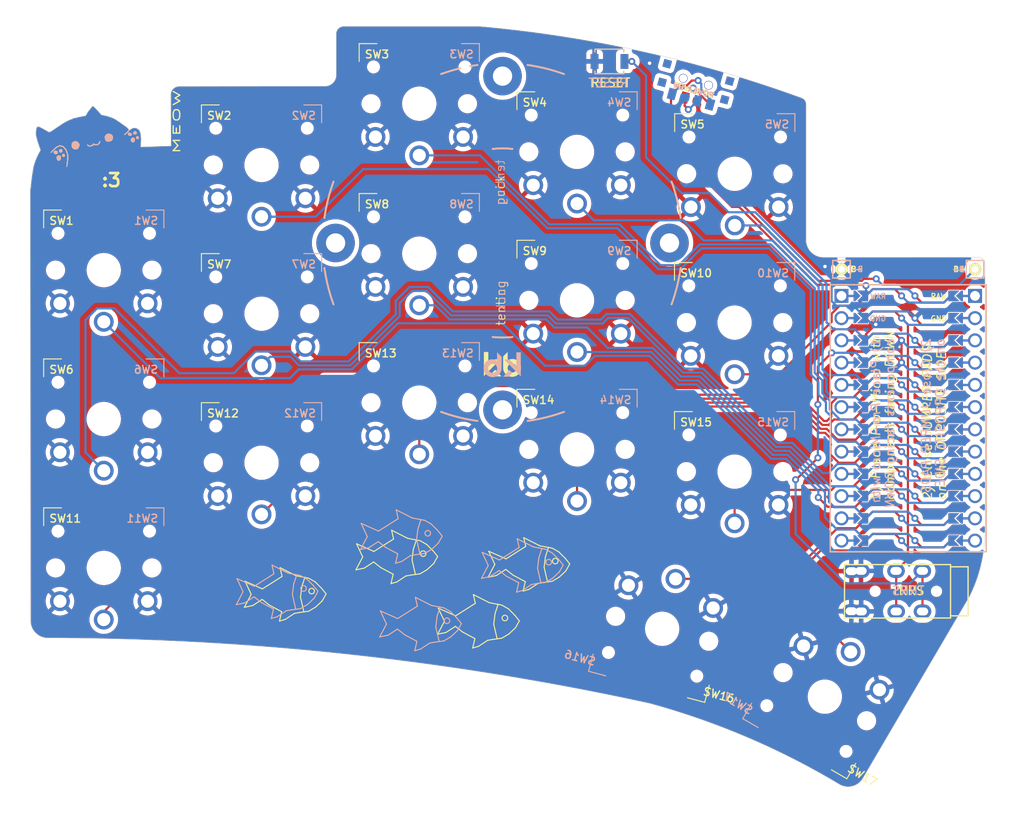
<source format=kicad_pcb>
(kicad_pcb (version 20240108) (generator "pcbnew") (generator_version "8.0")
  (layers (0 "F.Cu" signal) (31 "B.Cu" signal) (34 "B.Paste" user) (35 "F.Paste" user) (36 "B.SilkS" user "B.Silkscreen") (37 "F.SilkS" user "F.Silkscreen") (38 "B.Mask" user) (39 "F.Mask" user) (44 "Edge.Cuts" user))
  (net 0 "")
  (net 1 "gnd")
  (net 2 "vcc")
  (net 3 "Switch18")
  (net 4 "reset")
  (net 5 "Switch1")
  (net 6 "Switch2")
  (net 7 "Switch3")
  (net 8 "Switch4")
  (net 9 "Switch5")
  (net 10 "Switch6")
  (net 11 "Switch7")
  (net 12 "Switch8")
  (net 13 "Switch9")
  (net 14 "Switch10")
  (net 15 "Switch11")
  (net 16 "Switch12")
  (net 17 "Switch13")
  (net 18 "Switch14")
  (net 19 "Switch15")
  (net 20 "Switch16")
  (net 21 "Switch17")
  (net 22 "raw")
  (net 23 "BT+_r")
  (net 24 "Net-(SW_POWERR1-Pad1)")
  (footprint "kbd:1pin_conn" (layer "F.Cu") (at 126.492 45.974)
    (property "Reference" "B+")
    (property "Value" "MountingHole_Pad" (hide yes))
  )
  (footprint "kbd:1pin_conn" (layer "F.Cu") (at 111.252 45.974)
    (property "Reference" "B-")
    (property "Value" "MountingHole_Pad" (hide yes))
  )
  (footprint "Kailh:TRRS-PJ-DPB2" (layer "F.Cu") (at 123.698 82.75 -90)
    (property "Reference" "J2")
    (property "Value" "AudioJack4dpb" (hide yes))
  )
  (footprint "* duckyb-collection:SW_PG1350_rev_DPB" (layer "F.Cu") (at 27.08 46.08)
    (property "Reference" "SW1" (hide yes))
    (property "Value" "SW_Push" (hide yes))
  )
  (footprint "* duckyb-collection:SW_PG1350_rev_DPB" (layer "F.Cu") (at 45.08 34.08)
    (property "Reference" "SW2" (hide yes))
    (property "Value" "SW_Push" (hide yes))
  )
  (footprint "* duckyb-collection:SW_PG1350_rev_DPB" (layer "F.Cu") (at 63.08 27.08)
    (property "Reference" "SW3" (hide yes))
    (property "Value" "SW_Push" (hide yes))
  )
  (footprint "* duckyb-collection:SW_PG1350_rev_DPB" (layer "F.Cu") (at 81.08 32.58)
    (property "Reference" "SW4" (hide yes))
    (property "Value" "SW_Push" (hide yes))
  )
  (footprint "* duckyb-collection:SW_PG1350_rev_DPB" (layer "F.Cu") (at 99.08 35.08)
    (property "Reference" "SW5" (hide yes))
    (property "Value" "SW_Push" (hide yes))
  )
  (footprint "* duckyb-collection:SW_PG1350_rev_DPB" (layer "F.Cu") (at 27.08 63.08)
    (property "Reference" "SW6" (hide yes))
    (property "Value" "SW_Push" (hide yes))
  )
  (footprint "* duckyb-collection:SW_PG1350_rev_DPB" (layer "F.Cu") (at 45.08 51.054)
    (property "Reference" "SW7" (hide yes))
    (property "Value" "SW_Push" (hide yes))
  )
  (footprint "* duckyb-collection:SW_PG1350_rev_DPB" (layer "F.Cu") (at 63.08 44.196)
    (property "Reference" "SW8" (hide yes))
    (property "Value" "SW_Push" (hide yes))
  )
  (footprint "* duckyb-collection:SW_PG1350_rev_DPB" (layer "F.Cu") (at 81.08 49.53)
    (property "Reference" "SW9" (hide yes))
    (property "Value" "SW_Push" (hide yes))
  )
  (footprint "* duckyb-collection:SW_PG1350_rev_DPB" (layer "F.Cu") (at 99.06 52.07)
    (property "Reference" "SW10" (hide yes))
    (property "Value" "SW_Push" (hide yes))
  )
  (footprint "* duckyb-collection:SW_PG1350_rev_DPB" (layer "F.Cu") (at 27.08 80.08)
    (property "Reference" "SW11" (hide yes))
    (property "Value" "SW_Push" (hide yes))
  )
  (footprint "* duckyb-collection:SW_PG1350_rev_DPB" (layer "F.Cu") (at 45.08 68.072)
    (property "Reference" "SW12" (hide yes))
    (property "Value" "SW_Push" (hide yes))
  )
  (footprint "* duckyb-collection:SW_PG1350_rev_DPB" (layer "F.Cu") (at 63.08 61.214)
    (property "Reference" "SW13" (hide yes))
    (property "Value" "SW_Push" (hide yes))
  )
  (footprint "* duckyb-collection:SW_PG1350_rev_DPB" (layer "F.Cu") (at 81.08 66.548)
    (property "Reference" "SW14" (hide yes))
    (property "Value" "SW_Push" (hide yes))
  )
  (footprint "* duckyb-collection:SW_PG1350_rev_DPB" (layer "F.Cu") (at 99.06 69.088)
    (property "Reference" "SW15" (hide yes))
    (property "Value" "SW_Push" (hide yes))
  )
  (footprint "* duckyb-collection:SW_PG1350_rev_DPB" (layer "F.Cu") (at 109.356 94.78 150)
    (property "Reference" "SW17" (hide yes))
    (property "Value" "SW_Push" (hide yes))
  )
  (footprint "* duckyb-collection:SW_PG1350_rev_DPB" (layer "F.Cu") (at 90.796 87.03 165)
    (property "Reference" "SW16" (hide yes))
    (property "Value" "SW_Push" (hide yes))
  )
  (footprint "* duckyb-collection:ProMicro_jumpers_facedown" (layer "F.Cu") (at 118.872 62.992 -90)
    (property "Reference" "U1" (hide yes))
    (property "Value" "ProMicro-kbd" (hide yes))
  )
  (footprint "kbd:Tenting_Puck2" (layer "F.Cu") (at 72.58 42.98)
    (property "Reference" "REF**")
    (property "Value" "Tenting Puck")
  )
  (footprint "Kailh:SPDT_C128955" (layer "F.Cu") (at 94.6404 24.570573 -15.5)
    (property "Reference" "POWER SW")
    (property "Value" "SW_SPDT")
  )
  (footprint "* duckyb-collection:Tactile-Switch_SMT" (layer "F.Cu") (at 84.7852 22.2504)
    (property "Reference" "RSW2" (hide yes))
    (property "Value" "SW_Push")
  )
  (gr_line (start 79.5 79.75) (end 79.05 80.55) (stroke (width 0.12)) (layer "B.SilkS"))
  (gr_line (start 26.55 31.6) (end 26.6 31.525) (stroke (width 0.12)) (layer "B.SilkS"))
  (gr_line (start 60.375 79.55) (end 60.625 78.475) (stroke (width 0.12)) (layer "B.SilkS"))
  (gr_line (start 73.025 81.025) (end 72.2 80.375) (stroke (width 0.12)) (layer "B.SilkS"))
  (gr_line (start 58.6375 84.9875) (end 60.6125 85.8625) (stroke (width 0.12)) (layer "B.SilkS"))
  (gr_line (start 62.625 78.575) (end 62.075 78.675) (stroke (width 0.12)) (layer "B.SilkS"))
  (gr_line (start 77.5 77.95) (end 78.25 78.375) (stroke (width 0.12)) (layer "B.SilkS"))
  (gr_line (start 78.975 79.1) (end 79.5 79.75) (stroke (width 0.12)) (layer "B.SilkS"))
  (gr_line (start 50.275 81.375) (end 51 82.1) (stroke (width 0.12)) (layer "B.SilkS"))
  (gr_line (start 66.6875 87.9375) (end 65.8875 88.4125) (stroke (width 0.12)) (layer "B.SilkS"))
  (gr_line (start 64.9625 86.8125) (end 65.35 88.4875) (stroke (width 0.12)) (layer "B.SilkS"))
  (gr_line (start 46.5 80.75) (end 46.275 79.75) (stroke (width 0.12)) (layer "B.SilkS"))
  (gr_line (start 57.15 76.5) (end 56.45 75) (stroke (width 0.12)) (layer "B.SilkS"))
  (gr_line (start 22.075 31.875) (end 22.45 31.975) (stroke (width 0.12)) (layer "B.SilkS"))
  (gr_line (start 21.675 32.05) (end 22.075 31.875) (stroke (width 0.12)) (layer "B.SilkS"))
  (gr_line (start 25.45 31.925) (end 25.6 31.9) (stroke (width 0.12)) (layer "B.SilkS"))
  (gr_line (start 72.225 79.175) (end 74.475 77.75) (stroke (width 0.12)) (layer "B.SilkS"))
  (gr_line (start 22.975 32.925) (end 22.975 33.425) (stroke (width 0.12)) (layer "B.SilkS"))
  (gr_line (start 25.75 31.85) (end 25.825 31.8) (stroke (width 0.12)) (layer "B.SilkS"))
  (gr_circle (center 66.2375 86.1125) (end 66.555698 86.1125) (stroke (width 0.12)) (fill none) (layer "B.SilkS"))
  (gr_line (start 72.2 80.375) (end 71.125 81.075) (stroke (width 0.12)) (layer "B.SilkS"))
  (gr_line (start 26.325 31.775) (end 26.4 31.725) (stroke (width 0.12)) (layer "B.SilkS"))
  (gr_poly (pts (xy 22.5 32.85) (xy 22.4 32.9) (xy 22.375 32.975) (xy 22.4 33.075) (xy 22.475 33.1) (xy 22.575 33.075) (xy 22.6 32.95)) (stroke (width 0.12)) (fill solid) (layer "B.SilkS"))
  (gr_line (start 46.275 79.75) (end 48.1 80.675) (stroke (width 0.12)) (layer "B.SilkS"))
  (gr_line (start 49.525 84.725) (end 48.449998 84.874991) (stroke (width 0.12)) (layer "B.SilkS"))
  (gr_line (start 74.175 82.85) (end 74.425 81.775) (stroke (width 0.12)) (layer "B.SilkS"))
  (gr_line (start 67.3625 85.7875) (end 67.8875 86.4375) (stroke (width 0.12)) (layer "B.SilkS"))
  (gr_circle (center 49.875 82.425) (end 50.193198 82.425) (stroke (width 0.12)) (fill none) (layer "B.SilkS"))
  (gr_line (start 46.2 85.85) (end 46.45 84.775) (stroke (width 0.12)) (layer "B.SilkS"))
  (gr_line (start 62.8625 84.4375) (end 62.6375 83.4375) (stroke (width 0.12)) (layer "B.SilkS"))
  (gr_line (start 65.8875 84.6375) (end 66.6375 85.0625) (stroke (width 0.12)) (layer "B.SilkS"))
  (gr_line (start 51.075 83.55) (end 50.325 84.25) (stroke (width 0.12)) (layer "B.SilkS"))
  (gr_poly (pts (xy 30.625 30.275) (xy 30.725 30.275) (xy 30.775 30.35) (xy 30.775 30.5) (xy 30.725 30.525) (xy 30.65 30.55) (xy 30.525 30.525) (xy 30.5 30.425) (xy 30.525 30.325)) (stroke (width 0.12)) (fill solid) (layer "B.SilkS"))
  (gr_line (start 26.6 31.525) (end 26.625 31.4) (stroke (width 0.12)) (layer "B.SilkS"))
  (gr_line (start 26.1 31.775) (end 26.2 31.775) (stroke (width 0.12)) (layer "B.SilkS"))
  (gr_line (start 48.45 84.875) (end 47.9 84.975) (stroke (width 0.12)) (layer "B.SilkS"))
  (gr_line (start 70.175 81.275) (end 70.95 79.8) (stroke (width 0.12)) (layer "B.SilkS"))
  (gr_line (start 65.25 77.25) (end 64.5 77.95) (stroke (width 0.12)) (layer "B.SilkS"))
  (gr_line (start 58.4 77.075) (end 57.325 77.775) (stroke (width 0.12)) (layer "B.SilkS"))
  (gr_line (start 62.075 78.675) (end 61.05 79.35) (stroke (width 0.12)) (layer "B.SilkS"))
  (gr_line (start 63.275 74.55) (end 62.925 75.625) (stroke (width 0.12)) (layer "B.SilkS"))
  (gr_line (start 46.45 84.775) (end 45.05 84.025) (stroke (width 0.12)) (layer "B.SilkS"))
  (gr_line (start 60.45 73.45) (end 62.275 74.375) (stroke (width 0.12)) (layer "B.SilkS"))
  (gr_line (start 50.325 84.25) (end 49.525 84.725) (stroke (width 0.12)) (layer "B.SilkS"))
  (gr_line (start 71.125 81.075) (end 70.175 81.275) (stroke (width 0.12)) (layer "B.SilkS"))
  (gr_line (start 75.875 81.975) (end 74.85 82.65) (stroke (width 0.12)) (layer "B.SilkS"))
  (gr_line (start 62.775 76.825) (end 63.1625 78.5) (stroke (width 0.12)) (layer "B.SilkS"))
  (gr_line (start 60.5875 87.0625) (end 59.5125 87.7625) (stroke (width 0.12)) (layer "B.SilkS"))
  (gr_line (start 45.05 84.025) (end 44.225 83.375) (stroke (width 0.12)) (layer "B.SilkS"))
  (gr_line (start 59.225 77.725) (end 58.4 77.075) (stroke (width 0.12)) (layer "B.SilkS"))
  (gr_line (start 26.5 31.65) (end 26.55 31.6) (stroke (width 0.12)) (layer "B.SilkS"))
  (gr_line (start 76.075 77.675) (end 77.5 77.95) (stroke (width 0.12)) (layer "B.SilkS"))
  (gr_line (start 64.45 75.075) (end 65.175 75.8) (stroke (width 0.12)) (layer "B.SilkS"))
  (gr_line (start 60.625 78.475) (end 59.225 77.725) (stroke (width 0.12)) (layer "B.SilkS"))
  (gr_line (start 70.25 78.3) (end 72.225 79.175) (stroke (width 0.12)) (layer "B.SilkS"))
  (gr_line (start 48.1 80.675) (end 49.525 80.95) (stroke (width 0.12)) (layer "B.SilkS"))
  (gr_line (start 63.7 78.425) (end 62.624998 78.574991) (stroke (width 0.12)) (layer "B.SilkS"))
  (gr_poly (pts (xy 27.55 30.55) (xy 27.325 30.7) (xy 27.25 30.875) (xy 27.275 31.1) (xy 27.325 31.25) (xy 27.475 31.35) (xy 27.6 31.35) (xy 27.85 31.325) (xy 27.975 31.225) (xy 28.075 31.075) (xy 28.075 30.825) (xy 27.95 30.65) (xy 27.775 30.575)) (stroke (width 0.12)) (fill solid) (layer "B.SilkS"))
  (gr_line (start 62.5625 89.5375) (end 62.8125 88.4625) (stroke (width 0.12)) (layer "B.SilkS"))
  (gr_line (start 25.6 31.9) (end 25.75 31.85) (stroke (width 0.12)) (layer "B.SilkS"))
  (gr_line (start 42.275 81.3) (end 44.25 82.175) (stroke (width 0.12)) (layer "B.SilkS"))
  (gr_line (start 63.2375 89.3375) (end 62.5625 89.5375) (stroke (width 0.12)) (layer "B.SilkS"))
  (gr_poly (pts (xy 30.925 30.825) (xy 30.85 30.875) (xy 30.825 30.95) (xy 30.85 31.05) (xy 30.95 31.075) (xy 31.05 31) (xy 31.025 30.9)) (stroke (width 0.12)) (fill solid) (layer "B.SilkS"))
  (gr_line (start 74.425 81.775) (end 73.025 81.025) (stroke (width 0.12)) (layer "B.SilkS"))
  (gr_poly (pts (xy 23.75 31.425) (xy 23.95 31.425) (xy 24.1 31.5) (xy 24.2 31.625) (xy 24.275 31.825) (xy 24.1 32.175) (xy 23.9 32.25) (xy 23.7 32.225) (xy 23.6 32.15) (xy 23.525 32.075) (xy 23.475 31.95) (xy 23.475 31.75) (xy 23.5 31.6) (xy 23.65 31.45)) (stroke (width 0.12)) (fill solid) (layer "B.SilkS"))
  (gr_line (start 25.825 31.8) (end 25.9 31.675) (stroke (width 0.12)) (layer "B.SilkS"))
  (gr_line (start 25.3 31.85) (end 25.45 31.925) (stroke (width 0.12)) (layer "B.SilkS"))
  (gr_line (start 51 82.1) (end 51.525 82.75) (stroke (width 0.12)) (layer "B.SilkS"))
  (gr_line (start 67.8875 86.4375) (end 67.4375 87.2375) (stroke (width 0.12)) (layer "B.SilkS"))
  (gr_line (start 64.2625 88.6625) (end 63.2375 89.3375) (stroke (width 0.12)) (layer "B.SilkS"))
  (gr_line (start 76.425 81.875) (end 75.875 81.975) (stroke (width 0.12)) (layer "B.SilkS"))
  (gr_line (start 58.5625 87.9625) (end 59.3375 86.4875) (stroke (width 0.12)) (layer "B.SilkS"))
  (gr_line (start 76.725 78.925) (end 76.575 80.125) (stroke (width 0.12)) (layer "B.SilkS"))
  (gr_line (start 44.25 82.175) (end 46.5 80.75) (stroke (width 0.12)) (layer "B.SilkS"))
  (gr_line (start 26.4 31.725) (end 26.5 31.65) (stroke (width 0.12)) (layer "B.SilkS"))
  (gr_line (start 56.45 75) (end 58.425 75.875) (stroke (width 0.12)) (layer "B.SilkS"))
  (gr_line (start 25.9 31.675) (end 26 31.725) (stroke (width 0.12)) (layer "B.SilkS"))
  (gr_circle (center 64.05 76.125) (end 64.368198 76.125) (stroke (width 0.12)) (fill none) (layer "B.SilkS"))
  (gr_line (start 62.8125 88.4625) (end 61.4125 87.7125) (stroke (width 0.12)) (layer "B.SilkS"))
  (gr_line (start 49.1 80.85) (end 48.75 81.925) (stroke (width 0.12)) (layer "B.SilkS"))
  (gr_line (start 57.325 77.775) (end 56.375 77.975) (stroke (width 0.12)) (layer "B.SilkS"))
  (gr_line (start 64.8125 88.5625) (end 64.2625 88.6625) (stroke (width 0.12)) (layer "B.SilkS"))
  (gr_line (start 59.5125 87.7625) (end 58.5625 87.9625) (stroke (width 0.12)) (layer "B.SilkS"))
  (gr_line (start 67.4375 87.2375) (end 66.6875 87.9375) (stroke (width 0.12)) (layer "B.SilkS"))
  (gr_line (start 63.7 74.65) (end 64.45 75.075) (stroke (width 0.12)) (layer "B.SilkS"))
  (gr_line (start 65.8875 88.4125) (end 64.812498 88.562491) (stroke (width 0.12)) (layer "B.SilkS"))
  (gr_line (start 61.4125 87.7125) (end 60.5875 87.0625) (stroke (width 0.12)) (layer "B.SilkS"))
  (gr_line (start 61.05 79.35) (end 60.375 79.55) (stroke (width 0.12)) (layer "B.SilkS"))
  (gr_line (start 77.5 81.725) (end 76.424998 81.874991) (stroke (width 0.12)) (layer "B.SilkS"))
  (gr_line (start 43.15 84.075) (end 42.2 84.275) (stroke (width 0.12)) (layer "B.SilkS"))
  (gr_poly (pts (xy 30.075 30.45) (xy 30.225 30.55) (xy 30.225 30.65) (xy 30.075 30.7) (xy 29.925 30.65) (xy 29.875 30.525) (xy 29.925 30.45)) (stroke (width 0.12)) (fill solid) (layer "B.SilkS"))
  (gr_line (start 22.9 33.925) (end 22.875 34.25) (stroke (width 0.12)) (layer "B.SilkS"))
  (gr_line (start 65.175 75.8) (end 65.7 76.45) (stroke (width 0.12)) (layer "B.SilkS"))
  (gr_line (start 46.875 85.65) (end 46.2 85.85) (stroke (width 0.12)) (layer "B.SilkS"))
  (gr_line (start 44.225 83.375) (end 43.15 84.075) (stroke (width 0.12)) (layer "B.SilkS"))
  (gr_line (start 79.05 80.55) (end 78.3 81.25) (stroke (width 0.12)) (layer "B.SilkS"))
  (gr_line (start 74.475 77.75) (end 74.25 76.75) (stroke (width 0.12)) (layer "B.SilkS"))
  (gr_line (start 65.4625 84.5375) (end 65.1125 85.6125) (stroke (width 0.12)) (layer "B.SilkS"))
  (gr_poly (pts (xy 21.5 32.5) (xy 21.725 32.525) (xy 21.775 32.625) (xy 21.75 32.75) (xy 21.575 32.8) (xy 21.45 32.725) (xy 21.4 32.625) (xy 21.475 32.525)) (stroke (width 0.12)) (fill solid) (layer "B.SilkS"))
  (gr_line (start 22.775 32.35) (end 22.975 32.925) (stroke (width 0.12)) (layer "B.SilkS"))
  (gr_poly (pts (xy 30.4 31) (xy 30.3 31.025) (xy 30.225 31.175) (xy 30.25 31.35) (xy 30.325 31.425) (xy 30.5 31.425) (xy 30.575 31.225) (xy 30.55 31.05)) (stroke (width 0.12)) (fill solid) (layer "B.SilkS"))
  (gr_line (start 21.075 32.625) (end 21.675 32.05) (stroke (width 0.12)) (layer "B.SilkS"))
  (gr_line (start 60.6125 85.8625) (end 62.8625 84.4375) (stroke (width 0.12)) (layer "B.SilkS"))
  (gr_line (start 56.375 77.975) (end 57.15 76.5) (stroke (width 0.12)) (layer "B.SilkS"))
  (gr_line (start 65.7 76.45) (end 65.25 77.25) (stroke (width 0.12)) (layer "B.SilkS"))
  (gr_line (start 42.2 84.275) (end 42.975 82.8) (stroke (width 0.12)) (layer "B.SilkS"))
  (gr_line (start 22.975 33.425) (end 22.9 33.925) (stroke (width 0.12)) (layer "B.SilkS"))
  (gr_line (start 59.3375 86.4875) (end 58.6375 84.9875) (stroke (width 0.12)) (layer "B.SilkS"))
  (gr_line (start 29.95 30.15) (end 29.475 30.6) (stroke (width 0.12)) (layer "B.SilkS"))
  (gr_line (start 26 31.725) (end 26.1 31.775) (stroke (width 0.12)) (layer "B.SilkS"))
  (gr_line (start 66.6375 85.0625) (end 67.3625 85.7875) (stroke (width 0.12)) (layer "B.SilkS"))
  (gr_line (start 77.075 77.85) (end 76.725 78.925) (stroke (width 0.12)) (layer "B.SilkS"))
  (gr_line (start 70.95 79.8) (end 70.25 78.3) (stroke (width 0.12)) (layer "B.SilkS"))
  (gr_line (start 48.6 83.125) (end 48.9875 84.8) (stroke (width 0.12)) (layer "B.SilkS"))
  (gr_line (start 74.85 82.65) (end 74.175 82.85) (stroke (width 0.12)) (layer "B.SilkS"))
  (gr_line (start 60.675 74.45) (end 60.45 73.45) (stroke (width 0.12)) (layer "B.SilkS"))
  (gr_line (start 47.9 84.975) (end 46.875 85.65) (stroke (width 0.12)) (layer "B.SilkS"))
  (gr_line (start 64.4625 84.3625) (end 65.8875 84.6375) (stroke (width 0.12)) (layer "B.SilkS"))
  (gr_line (start 48.75 81.925) (end 48.6 83.125) (stroke (width 0.12)) (layer "B.SilkS"))
  (gr_line (start 65.1125 85.6125) (end 64.9625 86.8125) (stroke (width 0.12)) (layer "B.SilkS"))
  (gr_line (start 42.975 82.8) (end 42.275 81.3) (stroke (width 0.12)) (layer "B.SilkS"))
  (gr_poly (pts (xy 22.125 32.325) (xy 22.025 32.425) (xy 22.05 32.525) (xy 22.1 32.6) (xy 22.225 32.6) (xy 22.3 32.525) (xy 22.3 32.375) (xy 22.225 32.325)) (stroke (width 0.12)) (fill solid) (layer "B.SilkS"))
  (gr_line (start 62.925 75.625) (end 62.775 76.825) (stroke (width 0.12)) (layer "B.SilkS"))
  (gr_line (start 76.575 80.125) (end 76.9625 81.8) (stroke (width 0.12)) (layer "B.SilkS"))
  (gr_line (start 51.525 82.75) (end 51.075 83.55) (stroke (width 0.12)) (layer "B.SilkS"))
  (gr_line (start 22.45 31.975) (end 22.775 32.35) (stroke (width 0.12)) (layer "B.SilkS"))
  (gr_line (start 58.425 75.875) (end 60.675 74.45) (stroke (width 0.12)) (layer "B.SilkS"))
  (gr_line (start 49.525 80.95) (end 50.275 81.375) (stroke (width 0.12)) (layer "B.SilkS"))
  (gr_circle (center 77.85 79.425) (end 78.168198 79.425) (stroke (width 0.12)) (fill none) (layer "B.SilkS"))
  (gr_line (start 25.225 31.8) (end 25.3 31.85) (stroke (width 0.12)) (layer "B.SilkS"))
  (gr_line (start 78.3 81.25) (end 77.5 81.725) (stroke (width 0.12)) (layer "B.SilkS"))
  (gr_line (start 62.6375 83.4375) (end 64.4625 84.3625) (stroke (width 0.12)) (layer "B.SilkS"))
  (gr_poly (pts (xy 21.9 33.025) (xy 21.775 33.125) (xy 21.75 33.325) (xy 21.825 33.475) (xy 21.925 33.55) (xy 22.1 33.45) (xy 22.15 33.275) (xy 22.1 33.075) (xy 21.925 33.025)) (stroke (width 0.12)) (fill solid) (layer "B.SilkS"))
  (gr_line (start 78.25 78.375) (end 78.975 79.1) (stroke (width 0.12)) (layer "B.SilkS"))
  (gr_line (start 64.5 77.95) (end 63.7 78.425) (stroke (width 0.12)) (layer "B.SilkS"))
  (gr_line (start 74.25 76.75) (end 76.075 77.675) (stroke (width 0.12)) (layer "B.SilkS"))
  (gr_line (start 62.275 74.375) (end 63.7 74.65) (stroke (width 0.12)) (layer "B.SilkS"))
  (gr_line (start 26.2 31.775) (end 26.325 31.775) (stroke (width 0.12)) (layer "B.SilkS"))
  (gr_line (start 77.325 80) (end 77.7125 81.675) (stroke (width 0.12)) (layer "F.SilkS"))
  (gr_line (start 29.95 30.15) (end 29.475 30.6) (stroke (width 0.12)) (layer "F.SilkS"))
  (gr_line (start 72.5 88.1) (end 71.425 88.25) (stroke (width 0.12)) (layer "F.SilkS"))
  (gr_line (start 26.6 31.525) (end 26.625 31.4) (stroke (width 0.12)) (layer "F.SilkS"))
  (gr_line (start 45.975 84.325) (end 45.15 83.675) (stroke (width 0.12)) (layer "F.SilkS"))
  (gr_line (start 61.55 81) (end 60.525 81.675) (stroke (width 0.12)) (layer "F.SilkS"))
  (gr_line (start 67.2 86.75) (end 66.125 87.45) (stroke (width 0.12)) (layer "F.SilkS"))
  (gr_line (start 71.7 79.675) (end 71 78.175) (stroke (width 0.12)) (layer "F.SilkS"))
  (gr_line (start 69.475 84.125) (end 69.25 83.125) (stroke (width 0.12)) (layer "F.SilkS"))
  (gr_poly (pts (xy 30.625 30.275) (xy 30.725 30.275) (xy 30.775 30.35) (xy 30.775 30.5) (xy 30.725 30.525) (xy 30.65 30.55) (xy 30.525 30.525) (xy 30.5 30.425) (xy 30.525 30.325)) (stroke (width 0.12)) (fill solid) (layer "F.SilkS"))
  (gr_line (start 22.075 31.875) (end 22.45 31.975) (stroke (width 0.12)) (layer "F.SilkS"))
  (gr_line (start 26.2 31.775) (end 26.325 31.775) (stroke (width 0.12)) (layer "F.SilkS"))
  (gr_circle (center 78.6 79.3) (end 78.375 79.075) (stroke (width 0.12)) (fill none) (layer "F.SilkS"))
  (gr_line (start 45.15 83.675) (end 44.075 84.375) (stroke (width 0.12)) (layer "F.SilkS"))
  (gr_line (start 72.5 84.325) (end 73.25 84.75) (stroke (width 0.12)) (layer "F.SilkS"))
  (gr_line (start 51.25 84.55) (end 50.45 85.025) (stroke (width 0.12)) (layer "F.SilkS"))
  (gr_line (start 47.425 81.05) (end 47.2 80.05) (stroke (width 0.12)) (layer "F.SilkS"))
  (gr_line (start 74.925 82.725) (end 75.175 81.65) (stroke (width 0.12)) (layer "F.SilkS"))
  (gr_line (start 71.725 85.3) (end 71.575 86.5) (stroke (width 0.12)) (layer "F.SilkS"))
  (gr_line (start 47.125 86.15) (end 47.375 85.075) (stroke (width 0.12)) (layer "F.SilkS"))
  (gr_poly (pts (xy 22.5 32.85) (xy 22.4 32.9) (xy 22.375 32.975) (xy 22.4 33.075) (xy 22.475 33.1) (xy 22.575 33.075) (xy 22.6 32.95)) (stroke (width 0.12)) (fill solid) (layer "F.SilkS"))
  (gr_circle (center 50.8 82.725) (end 50.575 82.5) (stroke (width 0.12)) (fill none) (layer "F.SilkS"))
  (gr_line (start 79.05 81.125) (end 78.25 81.6) (stroke (width 0.12)) (layer "F.SilkS"))
  (gr_line (start 77.175 81.75) (end 76.625 81.85) (stroke (width 0.12)) (layer "F.SilkS"))
  (gr_line (start 71.875 80.95) (end 70.925 81.15) (stroke (width 0.12)) (layer "F.SilkS"))
  (gr_line (start 48.825 85.275) (end 47.8 85.95) (stroke (width 0.12)) (layer "F.SilkS"))
  (gr_line (start 69.425 88.15) (end 68.025 87.4) (stroke (width 0.12)) (layer "F.SilkS"))
  (gr_line (start 76.825 77.55) (end 78.25 77.825) (stroke (width 0.12)) (layer "F.SilkS"))
  (gr_line (start 49.375 85.175) (end 48.825 85.275) (stroke (width 0.12)) (layer "F.SilkS"))
  (gr_line (start 74.05 86.925) (end 73.3 87.625) (stroke (width 0.12)) (layer "F.SilkS"))
  (gr_line (start 69.175 89.225) (end 69.425 88.15) (stroke (width 0.12)) (layer "F.SilkS"))
  (gr_poly (pts (xy 21.9 33.025) (xy 21.775 33.125) (xy 21.75 33.325) (xy 21.825 33.475) (xy 21.925 33.55) (xy 22.1 33.45) (xy 22.15 33.275) (xy 22.1 33.075) (xy 21.925 33.025)) (stroke (width 0.12)) (fill solid) (layer "F.SilkS"))
  (gr_line (start 22.775 32.35) (end 22.975 32.925) (stroke (width 0.12)) (layer "F.SilkS"))
  (gr_line (start 59.925 75.775) (end 61.75 76.7) (stroke (width 0.12)) (layer "F.SilkS"))
  (gr_line (start 26.1 31.775) (end 26.2 31.775) (stroke (width 0.12)) (layer "F.SilkS"))
  (gr_line (start 25.45 31.925) (end 25.6 31.9) (stroke (width 0.12)) (layer "F.SilkS"))
  (gr_line (start 25.6 31.9) (end 25.75 31.85) (stroke (width 0.12)) (layer "F.SilkS"))
  (gr_line (start 60.15 76.775) (end 59.925 75.775) (stroke (width 0.12)) (layer "F.SilkS"))
  (gr_line (start 63.175 76.975) (end 63.925 77.4) (stroke (width 0.12)) (layer "F.SilkS"))
  (gr_poly (pts (xy 22.125 32.325) (xy 22.025 32.425) (xy 22.05 32.525) (xy 22.1 32.6) (xy 22.225 32.6) (xy 22.3 32.525) (xy 22.3 32.375) (xy 22.225 32.325)) (stroke (width 0.12)) (fill solid) (layer "F.SilkS"))
  (gr_line (start 70.925 81.15) (end 71.7 79.675) (stroke (width 0.12)) (layer "F.SilkS"))
  (gr_line (start 72.075 84.225) (end 71.725 85.3) (stroke (width 0.12)) (layer "F.SilkS"))
  (gr_line (start 57.875 79.4) (end 56.8 80.1) (stroke (width 0.12)) (layer "F.SilkS"))
  (gr_line (start 25.9 31.675) (end 26 31.725) (stroke (width 0.12)) (layer "F.SilkS"))
  (gr_line (start 60.1 80.8) (end 58.7 80.05) (stroke (width 0.12)) (layer "F.SilkS"))
  (gr_line (start 77.475 78.8) (end 77.325 80) (stroke (width 0.12)) (layer "F.SilkS"))
  (gr_line (start 79.8 80.425) (end 79.05 81.125) (stroke (width 0.12)) (layer "F.SilkS"))
  (gr_line (start 47.8 85.95) (end 47.125 86.15) (stroke (width 0.12)) (layer "F.SilkS"))
  (gr_line (start 56.625 78.825) (end 55.925 77.325) (stroke (width 0.12)) (layer "F.SilkS"))
  (gr_line (start 71.425 88.25) (end 70.875 88.35) (stroke (width 0.12)) (layer "F.SilkS"))
  (gr_line (start 69.25 83.125) (end 71.075 84.05) (stroke (width 0.12)) (layer "F.SilkS"))
  (gr_line (start 71 78.175) (end 72.975 79.05) (stroke (width 0.12)) (layer "F.SilkS"))
  (gr_poly (pts (xy 30.4 31) (xy 30.3 31.025) (xy 30.225 31.175) (xy 30.25 31.35) (xy 30.325 31.425) (xy 30.5 31.425) (xy 30.575 31.225) (xy 30.55 31.05)) (stroke (width 0.12)) (fill solid) (layer "F.SilkS"))
  (gr_line (start 49.525 83.425) (end 49.9125 85.1) (stroke (width 0.12)) (layer "F.SilkS"))
  (gr_line (start 21.675 32.05) (end 22.075 31.875) (stroke (width 0.12)) (layer "F.SilkS"))
  (gr_line (start 65.95 86.175) (end 65.25 84.675) (stroke (width 0.12)) (layer "F.SilkS"))
  (gr_line (start 22.45 31.975) (end 22.775 32.35) (stroke (width 0.12)) (layer "F.SilkS"))
  (gr_poly (pts (xy 21.5 32.5) (xy 21.725 32.525) (xy 21.775 32.625) (xy 21.75 32.75) (xy 21.575 32.8) (xy 21.45 32.725) (xy 21.4 32.625) (xy 21.475 32.525)) (stroke (width 0.12)) (fill solid) (layer "F.SilkS"))
  (gr_line (start 72.975 79.05) (end 75.225 77.625) (stroke (width 0.12)) (layer "F.SilkS"))
  (gr_circle (center 63.525 78.45) (end 63.3 78.225) (stroke (width 0.12)) (fill none) (layer "F.SilkS"))
  (gr_line (start 52.45 83.05) (end 52 83.85) (stroke (width 0.12)) (layer "F.SilkS"))
  (gr_line (start 71.575 86.5) (end 71.9625 88.175) (stroke (width 0.12)) (layer "F.SilkS"))
  (gr_line (start 61.75 76.7) (end 63.175 76.975) (stroke (width 0.12)) (layer "F.SilkS"))
  (gr_line (start 25.225 31.8) (end 25.3 31.85) (stroke (width 0.12)) (layer "F.SilkS"))
  (gr_line (start 78.25 81.6) (end 77.175 81.75) (stroke (width 0.12)) (layer "F.SilkS"))
  (gr_line (start 26.325 31.775) (end 26.4 31.725) (stroke (width 0.12)) (layer "F.SilkS"))
  (gr_line (start 55.925 77.325) (end 57.9 78.2) (stroke (width 0.12)) (layer "F.SilkS"))
  (gr_line (start 55.85 80.3) (end 56.625 78.825) (stroke (width 0.12)) (layer "F.SilkS"))
  (gr_line (start 51.2 81.675) (end 51.925 82.4) (stroke (width 0.12)) (layer "F.SilkS"))
  (gr_line (start 71.075 84.05) (end 72.5 84.325) (stroke (width 0.12)) (layer "F.SilkS"))
  (gr_poly (pts (xy 30.925 30.825) (xy 30.85 30.875) (xy 30.825 30.95) (xy 30.85 31.05) (xy 30.95 31.075) (xy 31.05 31) (xy 31.025 30.9)) (stroke (width 0.12)) (fill solid) (layer "F.SilkS"))
  (gr_line (start 43.125 84.575) (end 43.9 83.1) (stroke (width 0.12)) (layer "F.SilkS"))
  (gr_line (start 49.675 82.225) (end 49.525 83.425) (stroke (width 0.12)) (layer "F.SilkS"))
  (gr_line (start 22.975 33.425) (end 22.9 33.925) (stroke (width 0.12)) (layer "F.SilkS"))
  (gr_line (start 62.75 76.875) (end 62.4 77.95) (stroke (width 0.12)) (layer "F.SilkS"))
  (gr_line (start 44.075 84.375) (end 43.125 84.575) (stroke (width 0.12)) (layer "F.SilkS"))
  (gr_line (start 72.95 80.25) (end 71.875 80.95) (stroke (width 0.12)) (layer "F.SilkS"))
  (gr_line (start 64.725 79.575) (end 63.975 80.275) (stroke (width 0.12)) (layer "F.SilkS"))
  (gr_line (start 25.825 31.8) (end 25.9 31.675) (stroke (width 0.12)) (layer "F.SilkS"))
  (gr_line (start 75.175 81.65) (end 73.775 80.9) (stroke (width 0.12)) (layer "F.SilkS"))
  (gr_line (start 26.5 31.65) (end 26.55 31.6) (stroke (width 0.12)) (layer "F.SilkS"))
  (gr_line (start 76.625 81.85) (end 75.6 82.525) (stroke (width 0.12)) (layer "F.SilkS"))
  (gr_line (start 47.375 85.075) (end 45.975 84.325) (stroke (width 0.12)) (layer "F.SilkS"))
  (gr_circle (center 72.85 85.8) (end 72.625 85.575) (stroke (width 0.12)) (fill none) (layer "F.SilkS"))
  (gr_line (start 43.9 83.1) (end 43.2 81.6) (stroke (width 0.12)) (layer "F.SilkS"))
  (gr_line (start 26 31.725) (end 26.1 31.775) (stroke (width 0.12)) (layer "F.SilkS"))
  (gr_line (start 56.8 80.1) (end 55.85 80.3) (stroke (width 0.12)) (layer "F.SilkS"))
  (gr_line (start 62.4 77.95) (end 62.25 79.15) (stroke (width 0.12)) (layer "F.SilkS"))
  (gr_line (start 73.775 80.9) (end 72.95 80.25) (stroke (width 0.12)) (layer "F.SilkS"))
  (gr_line (start 26.4 31.725) (end 26.5 31.65) (stroke (width 0.12)) (layer "F.SilkS"))
  (gr_line (start 62.1 80.9) (end 61.55 81) (stroke (width 0.12)) (layer "F.SilkS"))
  (gr_line (start 22.9 33.925) (end 22.875 34.25) (stroke (width 0.12)) (layer "F.SilkS"))
  (gr_line (start 63.925 77.4) (end 64.65 78.125) (stroke (width 0.12)) (layer "F.SilkS"))
  (gr_line (start 50.025 81.15) (end 49.675 82.225) (stroke (width 0.12)) (layer "F.SilkS"))
  (gr_line (start 26.55 31.6) (end 26.6 31.525) (stroke (width 0.12)) (layer "F.SilkS"))
  (gr_line (start 50.45 81.25) (end 51.2 81.675) (stroke (width 0.12)) (layer "F.SilkS"))
  (gr_line (start 79.725 78.975) (end 80.25 79.625) (stroke (width 0.12)) (layer "F.SilkS"))
  (gr_line (start 65.175 78.775) (end 64.725 79.575) (stroke (width 0.12)) (layer "F.SilkS"))
  (gr_line (start 75 76.625) (end 76.825 77.55) (stroke (width 0.12)) (layer "F.SilkS"))
  (gr_line (start 78.25 77.825) (end 79 78.25) (stroke (width 0.12)) (layer "F.SilkS"))
  (gr_line (start 67.225 85.55) (end 69.475 84.125) (stroke (width 0.12)) (layer "F.SilkS"))
  (gr_line (start 79 78.25) (end 79.725 78.975) (stroke (width 0.12)) (layer "F.SilkS"))
  (gr_line (start 65.25 84.675) (end 67.225 85.55) (stroke (width 0.12)) (layer "F.SilkS"))
  (gr_poly (pts (xy 30.075 30.45) (xy 30.225 30.55) (xy 30.225 30.65) (xy 30.075 30.7) (xy 29.925 30.65) (xy 29.875 30.525) (xy 29.925 30.45)) (stroke (width 0.12)) (fill solid) (layer "F.SilkS"))
  (gr_line (start 52 83.85) (end 51.25 84.55) (stroke (width 0.12)) (layer "F.SilkS"))
  (gr_line (start 58.7 80.05) (end 57.875 79.4) (stroke (width 0.12)) (layer "F.SilkS"))
  (gr_line (start 49.025 80.975) (end 50.45 81.25) (stroke (width 0.12)) (layer "F.SilkS"))
  (gr_line (start 74.5 86.125) (end 74.05 86.925) (stroke (width 0.12)) (layer "F.SilkS"))
  (gr_line (start 47.2 80.05) (end 49.025 80.975) (stroke (width 0.12)) (layer "F.SilkS"))
  (gr_line (start 73.25 84.75) (end 73.975 85.475) (stroke (width 0.12)) (layer "F.SilkS"))
  (gr_line (start 25.3 31.85) (end 25.45 31.925) (stroke (width 0.12)) (layer "F.SilkS"))
  (gr_line (start 70.875 88.35) (end 69.85 89.025) (stroke (width 0.12)) (layer "F.SilkS"))
  (gr_line (start 68.025 87.4) (end 67.2 86.75) (stroke (width 0.12)) (layer "F.SilkS"))
  (gr_line (start 63.175 80.75) (end 62.1 80.9) (stroke (width 0.12)) (layer "F.SilkS"))
  (gr_poly (pts (xy 23.75 31.425) (xy 23.95 31.425) (xy 24.1 31.5) (xy 24.2 31.625) (xy 24.275 31.825) (xy 24.1 32.175) (xy 23.9 32.25) (xy 23.7 32.225) (xy 23.6 32.15) (xy 23.525 32.075) (xy 23.475 31.95) (xy 23.475 31.75) (xy 23.5 31.6) (xy 23.65 31.45)) (stroke (width 0.12)) (fill solid) (layer "F.SilkS"))
  (gr_line (start 45.175 82.475) (end 47.425 81.05) (stroke (width 0.12)) (layer "F.SilkS"))
  (gr_line (start 21.075 32.625) (end 21.675 32.05) (stroke (width 0.12)) (layer "F.SilkS"))
  (gr_line (start 43.2 81.6) (end 45.175 82.475) (stroke (width 0.12)) (layer "F.SilkS"))
  (gr_line (start 62.25 79.15) (end 62.6375 80.825) (stroke (width 0.12)) (layer "F.SilkS"))
  (gr_line (start 66.125 87.45) (end 65.175 87.65) (stroke (width 0.12)) (layer "F.SilkS"))
  (gr_line (start 75.225 77.625) (end 75 76.625) (stroke (width 0.12)) (layer "F.SilkS"))
  (gr_line (start 73.975 85.475) (end 74.5 86.125) (stroke (width 0.12)) (layer "F.SilkS"))
  (gr_poly (pts (xy 27.55 30.55) (xy 27.325 30.7) (xy 27.25 30.875) (xy 27.275 31.1) (xy 27.325 31.25) (xy 27.475 31.35) (xy 27.6 31.35) (xy 27.85 31.325) (xy 27.975 31.225) (xy 28.075 31.075) (xy 28.075 30.825) (xy 27.95 30.65) (xy 27.775 30.575)) (stroke (width 0.12)) (fill solid) (layer "F.SilkS"))
  (gr_line (start 63.975 80.275) (end 63.175 80.75) (stroke (width 0.12)) (layer "F.SilkS"))
  (gr_line (start 64.65 78.125) (end 65.175 78.775) (stroke (width 0.12)) (layer "F.SilkS"))
  (gr_line (start 69.85 89.025) (end 69.175 89.225) (stroke (width 0.12)) (layer "F.SilkS"))
  (gr_line (start 22.975 32.925) (end 22.975 33.425) (stroke (width 0.12)) (layer "F.SilkS"))
  (gr_line (start 65.175 87.65) (end 65.95 86.175) (stroke (width 0.12)) (layer "F.SilkS"))
  (gr_line (start 73.3 87.625) (end 72.5 88.1) (stroke (width 0.12)) (layer "F.SilkS"))
  (gr_line (start 80.25 79.625) (end 79.8 80.425) (stroke (width 0.12)) (layer "F.SilkS"))
  (gr_line (start 50.45 85.025) (end 49.375 85.175) (stroke (width 0.12)) (layer "F.SilkS"))
  (gr_line (start 77.825 77.725) (end 77.475 78.8) (stroke (width 0.12)) (layer "F.SilkS"))
  (gr_line (start 60.525 81.675) (end 59.85 81.875) (stroke (width 0.12)) (layer "F.SilkS"))
  (gr_line (start 51.925 82.4) (end 52.45 83.05) (stroke (width 0.12)) (layer "F.SilkS"))
  (gr_line (start 25.75 31.85) (end 25.825 31.8) (stroke (width 0.12)) (layer "F.SilkS"))
  (gr_line (start 59.85 81.875) (end 60.1 80.8) (stroke (width 0.12)) (layer "F.SilkS"))
  (gr_line (start 57.9 78.2) (end 60.15 76.775) (stroke (width 0.12)) (layer "F.SilkS"))
  (gr_line (start 75.6 82.525) (end 74.925 82.725) (stroke (width 0.12)) (layer "F.SilkS"))
  (gr_arc (start 126.885 44.612) (mid 127.41533 44.83167) (end 127.635 45.362) (stroke (width 0.05)) (layer "Edge.Cuts"))
  (gr_line (start 18.690055 36.976702) (end 18.730254 86.245024) (stroke (width 0.05)) (layer "Edge.Cuts"))
  (gr_arc (start 106.78729 26.45689) (mid 107.104053 26.733655) (end 107.222001 27.13742) (stroke (width 0.05)) (layer "Edge.Cuts"))
  (gr_arc (start 89.409134 95.561946) (mid 100.486488 99.421597) (end 110.938 104.748) (stroke (width 0.05)) (layer "Edge.Cuts"))
  (gr_arc (start 109.257002 44.614917) (mid 107.844534 44.065716) (end 107.222001 42.683999) (stroke (width 0.05)) (layer "Edge.Cuts"))
  (gr_arc (start 70 18.250002) (mid 88.629459 21.131374) (end 106.723179 26.420644) (stroke (width 0.05)) (layer "Edge.Cuts"))
  (gr_arc (start 113.67 104.149265) (mid 112.428995 105.01898) (end 110.938 104.748) (stroke (width 0.05)) (layer "Edge.Cuts"))
  (gr_arc (start 20.767999 88.08112) (mid 55.288442 89.987555) (end 89.409134 95.561947) (stroke (width 0.05)) (layer "Edge.Cuts"))
  (gr_arc (start 20.768 88.081119) (mid 19.380573 87.572102) (end 18.730254 86.245024) (stroke (width 0.05)) (layer "Edge.Cuts"))
  (gr_line (start 127.635 45.362) (end 127.635 62.484) (stroke (width 0.05)) (layer "Edge.Cuts"))
  (gr_line (start 107.222001 42.683999) (end 107.222045 27.137419) (stroke (width 0.05)) (layer "Edge.Cuts"))
  (gr_line (start 109.257002 44.614917) (end 126.885 44.612) (stroke (width 0.05)) (layer "Edge.Cuts"))
  (gr_line (start 125.888304 83.312) (end 113.67 104.149265) (stroke (width 0.05)) (layer "Edge.Cuts"))
  (gr_arc (start 127.635 75.98785) (mid 127.177913 79.749197) (end 125.888304 83.312) (stroke (width 0.05)) (layer "Edge.Cuts"))
  (gr_line (start 70 18.250002) (end 65 18.25) (stroke (width 0.05)) (layer "Edge.Cuts"))
  (gr_line (start 127.635 62.484) (end 127.647 69.85) (stroke (width 0.05)) (layer "Edge.Cuts"))
  (gr_line (start 127.647 69.85) (end 127.635 75.98785) (stroke (width 0.05)) (layer "Edge.Cuts"))
  (gr_line (start 19.51 29.68) (end 19.71 29.71) (stroke (width 0.05)) (layer "Edge.Cuts"))
  (gr_line (start 19.33 30.65) (end 19.33 30.36) (stroke (width 0.05)) (layer "Edge.Cuts"))
  (gr_line (start 20.15 29.93) (end 20.82 30.31) (stroke (width 0.05)) (layer "Edge.Cuts"))
  (gr_line (start 30.61 29.84) (end 30.79 29.87) (stroke (width 0.05)) (layer "Edge.Cuts"))
  (gr_line (start 25.56 27.64) (end 25.71 27.44) (stroke (width 0.05)) (layer "Edge.Cuts"))
  (gr_line (start 53.59998 23.82602) (end 53.6 19.1) (stroke (width 0.05)) (layer "Edge.Cuts"))
  (gr_line (start 34.75 31.9) (end 34.725001 26.001314) (stroke (width 0.05)) (layer "Edge.Cuts"))
  (gr_line (start 20.82 30.31) (end 21.04 30.25) (stroke (width 0.05)) (layer "Edge.Cuts"))
  (gr_line (start 25.25 28.03) (end 25.56 27.64) (stroke (width 0.05)) (layer "Edge.Cuts"))
  (gr_arc (start 53.59998 23.82602) (mid 53.208516 24.719593) (end 52.3 25.075) (stroke (width 0.05)) (layer "Edge.Cuts"))
  (gr_line (start 29.83 29.88) (end 30 30.11) (stroke (width 0.05)) (layer "Edge.Cuts"))
  (gr_line (start 31.25 30.34) (end 31.31 30.64) (stroke (width 0.05)) (layer "Edge.Cuts"))
  (gr_line (start 27.4 28.47) (end 27.72 28.57) (stroke (width 0.05)) (layer "Edge.Cuts"))
  (gr_line (start 106.723179 26.420644) (end 106.78729 26.45689) (stroke (width 0.05)) (layer "Edge.Cuts"))
  (gr_line (start 19.4 33.27) (end 19.65 32.75) (stroke (width 0.05)) (layer "Edge.Cuts"))
  (gr_line (start 23.66 28.73) (end 24.32 28.58) (stroke (width 0.05)) (layer "Edge.Cuts"))
  (gr_line (start 19.46 31.2) (end 19.33 30.65) (stroke (width 0.05)) (layer "Edge.Cuts"))
  (gr_line (start 31.34 31.1) (end 31.31 32.01) (stroke (width 0.05)) (layer "Edge.Cuts"))
  (gr_line (start 30.79 29.87) (end 30.95 29.95) (stroke (width 0.05)) (layer "Edge.Cuts"))
  (gr_line (start 19.15 33.97) (end 19.23 33.72) (stroke (width 0.05)) (layer "Edge.Cuts"))
  (gr_arc (start 53.6 19.1) (mid 53.848959 18.498959) (end 54.45 18.25) (stroke (width 0.05)) (layer "Edge.Cuts"))
  (gr_line (start 18.95 34.91) (end 18.97 34.76) (stroke (width 0.05)) (layer "Edge.Cuts"))
  (gr_line (start 19 34.6) (end 19.04 34.41) (stroke (width 0.05)) (layer "Edge.Cuts"))
  (gr_line (start 21.04 30.25) (end 22.45 29.3) (stroke (width 0.05)) (layer "Edge.Cuts"))
  (gr_line (start 19.86 32.38) (end 19.69 31.91) (stroke (width 0.05)) (layer "Edge.Cuts"))
  (gr_line (start 19.37 29.97) (end 19.45 29.74) (stroke (width 0.05)) (layer "Edge.Cuts"))
  (gr_line (start 26.61 28.11) (end 26.81 28.35) (stroke (width 0.05)) (layer "Edge.Cuts"))
  (gr_line (start 19.33 30.36) (end 19.37 29.97) (stroke (width 0.05)) (layer "Edge.Cuts"))
  (gr_line (start 54.45 18.25) (end 65 18.25) (stroke (width 0.05)) (layer "Edge.Cuts"))
  (gr_line (start 26.81 28.35) (end 27.4 28.47) (stroke (width 0.05)) (layer "Edge.Cuts"))
  (gr_line (start 28.47 28.9) (end 28.7 29.06) (stroke (width 0.05)) (layer "Edge.Cuts"))
  (gr_line (start 26.36 27.83) (end 26.61 28.11) (stroke (width 0.05)) (layer "Edge.Cuts"))
  (gr_line (start 19.23 33.72) (end 19.4 33.27) (stroke (width 0.05)) (layer "Edge.Cuts"))
  (gr_line (start 31.31 32.01) (end 34.75 31.9) (stroke (width 0.05)) (layer "Edge.Cuts"))
  (gr_line (start 22.99 29.01) (end 23.66 28.73) (stroke (width 0.05)) (layer "Edge.Cuts"))
  (gr_line (start 29.42 29.56) (end 29.65 29.72) (stroke (width 0.05)) (layer "Edge.Cuts"))
  (gr_line (start 27.72 28.57) (end 28.11 28.71) (stroke (width 0.05)) (layer "Edge.Cuts"))
  (gr_line (start 31.13 30.08) (end 31.25 30.34) (stroke (width 0.05)) (layer "Edge.Cuts"))
  (gr_line (start 18.94 35.04) (end 18.95 34.91) (stroke (width 0.05)) (layer "Edge.Cuts"))
  (gr_line (start 18.690055 36.976702) (end 18.9 35.2) (stroke (width 0.05)) (layer "Edge.Cuts"))
  (gr_line (start 30.95 29.95) (end 31.13 30.08) (stroke (width 0.05)) (layer "Edge.Cuts"))
  (gr_line (start 30 30.11) (end 30.25 29.93) (stroke (width 0.05)) (layer "Edge.Cuts"))
  (gr_line (start 19.69 31.91) (end 19.46 31.2) (stroke (width 0.05)) (layer "Edge.Cuts"))
  (gr_line (start 36.9 25.1) (end 35.675 25.1) (stroke (width 0.05)) (layer "Edge.Cuts"))
  (gr_line (start 28.11 28.71) (end 28.47 28.9) (stroke (width 0.05)) (layer "Edge.Cuts"))
  (gr_line (start 19.07 34.2) (end 19.15 33.97) (stroke (width 0.05)) (layer "Edge.Cuts"))
  (gr_line (start 36.9 25.1) (end 52.3 25.075) (stroke (width 0.05)) (layer "Edge.Cuts"))
  (gr_line (start 19.04 34.41) (end 19.07 34.2) (stroke (width 0.05)) (layer "Edge.Cuts"))
  (gr_line (start 28.7 29.06) (end 28.99 29.24) (stroke (width 0.05)) (layer "Edge.Cuts"))
  (gr_line (start 25.84 27.33) (end 26.03 27.49) (stroke (width 0.05)) (layer "Edge.Cuts"))
  (gr_line (start 29.22 29.42) (end 29.42 29.56) (stroke (width 0.05)) (layer "Edge.Cuts"))
  (gr_line (start 25.01 28.45) (end 25.25 28.03) (stroke (width 0.05)) (layer "Edge.Cuts"))
  (gr_line (start 19.45 29.74) (end 19.51 29.68) (stroke (width 0.05)) (layer "Edge.Cuts"))
  (gr_line (start 29.65 29.72) (end 29.83 29.88) (stroke (width 0.05)) (layer "Edge.Cuts"))
  (gr_line (start 19.71 29.71) (end 20.15 29.93) (stroke (width 0.05)) (layer "Edge.Cuts"))
  (gr_line (start 26.03 27.49) (end 26.36 27.83) (stroke (width 0.05)) (layer "Edge.Cuts"))
  (gr_line (start 22.45 29.3) (end 22.99 29.01) (stroke (width 0.05)) (layer "Edge.Cuts"))
  (gr_line (start 25.71 27.44) (end 25.84 27.33) (stroke (width 0.05)) (layer "Edge.Cuts"))
  (gr_line (start 30.25 29.93) (end 30.45 29.85) (stroke (width 0.05)) (layer "Edge.Cuts"))
  (gr_line (start 18.97 34.76) (end 19 34.6) (stroke (width 0.05)) (layer "Edge.Cuts"))
  (gr_line (start 24.32 28.58) (end 25.01 28.45) (stroke (width 0.05)) (layer "Edge.Cuts"))
  (gr_arc (start 34.725001 26.001314) (mid 35.020236 25.361182) (end 35.675 25.1) (stroke (width 0.05)) (layer "Edge.Cuts"))
  (gr_line (start 18.9 35.2) (end 18.94 35.04) (stroke (width 0.05)) (layer "Edge.Cuts"))
  (gr_line (start 28.99 29.24) (end 29.22 29.42) (stroke (width 0.05)) (layer "Edge.Cuts"))
  (gr_line (start 19.65 32.75) (end 19.86 32.38) (stroke (width 0.05)) (layer "Edge.Cuts"))
  (gr_line (start 31.31 30.64) (end 31.34 31.1) (stroke (width 0.05)) (layer "Edge.Cuts"))
  (gr_line (start 30.45 29.85) (end 30.61 29.84) (stroke (width 0.05)) (layer "Edge.Cuts"))
  (gr_text "RAW" (at 116.40097 49.0728 0) (layer "B.SilkS") (effects (font (size 0.6 0.6) (thickness 0.12)) (justify left mirror)))
  (gr_text "B-" (at 113.03 45.974 0) (layer "B.SilkS") (effects (font (size 0.6 0.6)) (justify mirror)))
  (gr_text "2) Close JUMPER PADS\non the OPPOSITE SIDE" (at 121.7168 53.7464 90) (layer "B.SilkS") (effects (font (size 1 1) (thickness 0.15) (italic yes)) (justify left mirror)))
  (gr_text "GND" (at 116.40097 51.6128 0) (layer "B.SilkS") (effects (font (size 0.6 0.6) (thickness 0.12)) (justify left mirror)))
  (gr_text "1) Place Pro-Micro with\ncomponents facing DOWN" (at 115.9764 53.7464 90) (layer "B.SilkS") (effects (font (size 1 1) (thickness 0.15) (italic yes)) (justify left mirror)))
  (gr_text "B+" (at 124.587 45.974 0) (layer "B.SilkS") (effects (font (size 0.6 0.6)) (justify mirror)))
  (gr_text "1) Place Pro-Micro with\ncomponents facing DOWN" (at 115.9764 72.4408 90) (layer "F.SilkS") (effects (font (size 1 1) (thickness 0.15) (italic yes)) (justify left)))
  (gr_text ":3" (at 27.94 35.814 0) (layer "F.SilkS") (effects (font (size 1.5 1.5) (thickness 0.3))))
  (gr_text "GND" (at 121.3612 51.6128 0) (layer "F.SilkS") (effects (font (size 0.6 0.6) (thickness 0.12)) (justify left)))
  (gr_text "MEOW" (at 35.85 32.95 90) (layer "F.SilkS") (effects (font (size 0.75 1.75)) (justify left bottom)))
  (gr_text "2) Close JUMPER PADS\non the OPPOSITE SIDE" (at 121.8692 72.4408 90) (layer "F.SilkS") (effects (font (size 1 1) (thickness 0.15) (italic yes)) (justify left)))
  (gr_text "TRRS" (at 118.872 82.677 0) (layer "F.SilkS") (effects (font (size 1 1))))
  (gr_text "RAW" (at 121.3612 49.0728 0) (layer "F.SilkS") (effects (font (size 0.6 0.6) (thickness 0.12)) (justify left)))
  (segment (start 114.046 53.3908) (end 115.1636 52.2732) (width 0.25) (layer "F.Cu") (net 1))
  (segment (start 118.11 56.642) (end 118.11 54.102) (width 0.25) (layer "F.Cu") (net 1))
  (segment (start 114.046 54.102) (end 114.046 53.3908) (width 0.25) (layer "F.Cu") (net 1))
  (via (at 115.1636 52.2732) (size 0.8) (drill 0.4) (layers "F.Cu" "B.Cu") (net 1))
  (via (at 109.3724 45.6692) (size 0.8) (drill 0.4) (layers "F.Cu" "B.Cu") (net 1))
  (via (at 89.3572 22.4536) (size 0.8) (drill 0.4) (layers "F.Cu" "B.Cu") (net 1))
  (segment (start 112.630511 50.146511) (end 110.661711 50.146511) (width 0.25) (layer "B.Cu") (net 1))
  (segment (start 110.127489 47.098511) (end 111.252 45.974) (width 0.25) (layer "B.Cu") (net 1))
  (segment (start 114.7572 52.2732) (end 114.046 51.562) (width 0.25) (layer "B.Cu") (net 1))
  (segment (start 110.661711 50.146511) (end 110.127489 49.612289) (width 0.25) (layer "B.Cu") (net 1))
  (segment (start 114.046 51.562) (end 112.630511 50.146511) (width 0.25) (layer "B.Cu") (net 1))
  (segment (start 115.1636 52.2732) (end 114.7572 52.2732) (width 0.25) (layer "B.Cu") (net 1))
  (segment (start 110.127489 49.612289) (end 110.127489 47.098511) (width 0.25) (layer "B.Cu") (net 1))
  (segment (start 120.498 85.05) (end 120.498 80.44) (width 0.25) (layer "F.Cu") (net 2))
  (segment (start 108.5596 57.0992) (end 108.5596 61.4172) (width 0.25) (layer "F.Cu") (net 2))
  (segment (start 106.0196 70.0024) (end 106.0704 70.0024) (width 0.25) (layer "F.Cu") (net 2))
  (segment (start 106.0704 70.0024) (end 108.5596 67.5132) (width 0.25) (layer "F.Cu") (net 2))
  (segment (start 120.498 80.44) (end 120.478 80.42) (width 0.25) (layer "F.Cu") (net 2))
  (segment (start 110.1344 55.5244) (end 108.5596 57.0992) (width 0.25) (layer "F.Cu") (net 2))
  (via (at 106.0196 70.0024) (size 0.8) (drill 0.4) (layers "F.Cu" "B.Cu") (net 2))
  (via (at 110.1344 55.5244) (size 0.8) (drill 0.4) (layers "F.Cu" "B.Cu") (net 2))
  (via (at 108.5596 67.5132) (size 0.8) (drill 0.4) (layers "F.Cu" "B.Cu") (net 2))
  (via (at 108.5596 61.4172) (size 0.8) (drill 0.4) (layers "F.Cu" "B.Cu") (net 2))
  (segment (start 108.5596 67.5132) (end 108.5596 61.4172) (width 0.25) (layer "B.Cu") (net 2))
  (segment (start 111.6584 81.8388) (end 119.0592 81.8388) (width 0.25) (layer "B.Cu") (net 2))
  (segment (start 110.141311 55.517489) (end 112.921489 55.517489) (width 0.25) (layer "B.Cu") (net 2))
  (segment (start 112.921489 55.517489) (end 114.046 56.642) (width 0.25) (layer "B.Cu") (net 2))
  (segment (start 119.0592 81.8388) (end 120.478 80.42) (width 0.25) (layer "B.Cu") (net 2))
  (segment (start 106.0196 70.0024) (end 106.0196 76.2) (width 0.25) (layer "B.Cu") (net 2))
  (segment (start 110.1344 55.5244) (end 110.141311 55.517489) (width 0.25) (layer "B.Cu") (net 2))
  (segment (start 106.0196 76.2) (end 111.6584 81.8388) (width 0.25) (layer "B.Cu") (net 2))
  (segment (start 118.11 51.562) (end 118.834511 52.286511) (width 0.25) (layer "F.Cu") (net 3))
  (segment (start 118.834511 52.286511) (end 118.834511 79.063489) (width 0.25) (layer "F.Cu") (net 3))
  (segment (start 117.498 80.44) (end 117.478 80.42) (width 0.25) (layer "F.Cu") (net 3))
  (segment (start 118.834511 79.063489) (end 117.478 80.42) (width 0.25) (layer "F.Cu") (net 3))
  (segment (start 117.498 85.05) (end 117.498 80.44) (width 0.25) (layer "F.Cu") (net 3))
  (segment (start 87.3252 22.2504) (end 86.4852 22.2504) (width 0.25) (layer "F.Cu") (net 4))
  (via (at 87.3252 22.2504) (size 0.8) (drill 0.4) (layers "F.Cu" "B.Cu") (net 4))
  (segment (start 86.4852 22.2504) (end 87.3252 22.2504) (width 0.25) (layer "B.Cu") (net 4))
  (segment (start 87.3252 22.2504) (end 88.9508 23.876) (width 0.25) (layer "B.Cu") (net 4))
  (segment (start 88.9508 33.217792) (end 93.020208 37.2872) (width 0.25) (layer "B.Cu") (net 4))
  (segment (start 88.9508 23.876) (end 88.9508 33.217792) (width 0.25) (layer "B.Cu") (net 4))
  (segment (start 96.172452 37.2872) (end 98.356852 39.4716) (width 0.25) (layer "B.Cu") (net 4))
  (segment (start 109.54488 52.03928) (end 110.3376 52.832) (width 0.25) (layer "B.Cu") (net 4))
  (segment (start 93.020208 37.2872) (end 96.172452 37.2872) (width 0.25) (layer "B.Cu") (net 4))
  (segment (start 109.54488 47.593566) (end 109.54488 52.03928) (width 0.25) (layer "B.Cu") (net 4))
  (segment (start 98.356852 39.4716) (end 101.422914 39.4716) (width 0.25) (layer "B.Cu") (net 4))
  (segment (start 101.422914 39.4716) (end 109.54488 47.593566) (width 0.25) (layer "B.Cu") (net 4))
  (segment (start 110.3376 52.832) (end 112.776 52.832) (width 0.25) (layer "B.Cu") (net 4))
  (segment (start 112.776 52.832) (end 114.046 54.102) (width 0.25) (layer "B.Cu") (net 4))
  (segment (start 108.6104 72.0344) (end 109.6772 73.1012) (width 0.25) (layer "F.Cu") (net 5))
  (segment (start 112.8268 73.1012) (end 114.046 71.882) (width 0.25) (layer "F.Cu") (net 5))
  (segment (start 109.6772 73.1012) (end 112.8268 73.1012) (width 0.25) (layer "F.Cu") (net 5))
  (via (at 108.6104 72.0344) (size 0.8) (drill 0.4) (layers "F.Cu" "B.Cu") (net 5))
  (segment (start 108.6104 71.299954) (end 104.925246 67.6148) (width 0.25) (layer "B.Cu") (net 5))
  (segment (start 60.653557 52.14856) (end 55.398597 57.40352) (width 0.25) (layer "B.Cu") (net 5))
  (segment (start 49.32728 57.40352) (end 48.321289 58.409511) (width 0.25) (layer "B.Cu") (net 5))
  (segment (start 103.2256 67.6148) (end 94.742 59.1312) (width 0.25) (layer "B.Cu") (net 5))
  (segment (start 81.9912 56.9976) (end 77.4192 56.9976) (width 0.25) (layer "B.Cu") (net 5))
  (segment (start 83.10928 55.87952) (end 81.9912 56.9976) (width 0.25) (layer "B.Cu") (net 5))
  (segment (start 72.57016 52.14856) (end 60.653557 52.14856) (width 0.25) (layer "B.Cu") (net 5))
  (segment (start 48.321289 58.409511) (end 33.509511 58.409511) (width 0.25) (layer "B.Cu") (net 5))
  (segment (start 108.6104 72.0344) (end 108.6104 71.299954) (width 0.25) (layer "B.Cu") (net 5))
  (segment (start 94.742 59.1312) (end 92.6084 59.1312) (width 0.25) (layer "B.Cu") (net 5))
  (segment (start 55.398597 57.40352) (end 49.32728 57.40352) (width 0.25) (layer "B.Cu") (net 5))
  (segment (start 92.6084 59.1312) (end 89.35672 55.87952) (width 0.25) (layer "B.Cu") (net 5))
  (segment (start 77.4192 56.9976) (end 72.57016 52.14856) (width 0.25) (layer "B.Cu") (net 5))
  (segment (start 33.509511 58.409511) (end 27.08 51.98) (width 0.25) (layer "B.Cu") (net 5))
  (segment (start 89.35672 55.87952) (end 83.10928 55.87952) (width 0.25) (layer "B.Cu") (net 5))
  (segment (start 104.925246 67.6148) (end 103.2256 67.6148) (width 0.25) (layer "B.Cu") (net 5))
  (segment (start 108.62576 60.316396) (end 109.48168 61.172316) (width 0.25) (layer "B.Cu") (net 6))
  (segment (start 108.62576 58.869314) (end 108.62576 60.316396) (width 0.25) (layer "B.Cu") (net 6))
  (segment (start 95.276118 43.5864) (end 102.994846 43.5864) (width 0.25) (layer "B.Cu") (net 6))
  (segment (start 85.69192 41.29272) (end 90.36552 45.96632) (width 0.25) (layer "B.Cu") (net 6))
  (segment (start 110.0328 64.8716) (end 110.838689 65.677489) (width 0.25) (layer "B.Cu") (net 6))
  (segment (start 110.838689 65.677489) (end 112.921489 65.677489) (width 0.25) (layer "B.Cu") (net 6))
  (segment (start 109.48168 62.177698) (end 110.0328 62.728818) (width 0.25) (layer "B.Cu") (net 6))
  (segment (start 90.36552 45.96632) (end 92.896198 45.96632) (width 0.25) (layer "B.Cu") (net 6))
  (segment (start 70.941483 34.544) (end 77.690203 41.29272) (width 0.25) (layer "B.Cu") (net 6))
  (segment (start 110.0328 62.728818) (end 110.0328 64.8716) (width 0.25) (layer "B.Cu") (net 6))
  (segment (start 102.994846 43.5864) (end 107.7468 48.338354) (width 0.25) (layer "B.Cu") (net 6))
  (segment (start 45.08 39.98) (end 51.2568 39.98) (width 0.25) (layer "B.Cu") (net 6))
  (segment (start 109.48168 61.172316) (end 109.48168 62.177698) (width 0.25) (layer "B.Cu") (net 6))
  (segment (start 51.2568 39.98) (end 56.6928 34.544) (width 0.25) (layer "B.Cu") (net 6))
  (segment (start 112.921489 65.677489) (end 114.046 66.802) (width 0.25) (layer "B.Cu") (net 6))
  (segment (start 107.7468 57.990354) (end 108.62576 58.869314) (width 0.25) (layer "B.Cu") (net 6))
  (segment (start 92.896198 45.96632) (end 95.276118 43.5864) (width 0.25) (layer "B.Cu") (net 6))
  (segment (start 56.6928 34.544) (end 70.941483 34.544) (width 0.25) (layer "B.Cu") (net 6))
  (segment (start 107.7468 48.338354) (end 107.7468 57.990354) (width 0.25) (layer "B.Cu") (net 6))
  (segment (start 77.690203 41.29272) (end 85.69192 41.29272) (width 0.25) (layer "B.Cu") (net 6))
  (segment (start 103.181044 43.13688) (end 108.19632 48.152156) (width 0.25) (layer "B.Cu") (net 7))
  (segment (start 92.71 45.5168) (end 95.089921 43.13688) (width 0.25) (layer "B.Cu") (net 7))
  (segment (start 63.08 32.98) (end 70.0132 32.98) (width 0.25) (layer "B.Cu") (net 7))
  (segment (start 95.089921 43.13688) (end 103.181044 43.13688) (width 0.25) (layer "B.Cu") (net 7))
  (segment (start 109.9312 61.9915) (end 111.077189 63.137489) (width 0.25) (layer "B.Cu") (net 7))
  (segment (start 112.921489 63.137489) (end 114.046 64.262) (width 0.25) (layer "B.Cu") (net 7))
  (segment (start 90.596601 45.5168) (end 92.71 45.5168) (width 0.25) (layer "B.Cu") (net 7))
  (segment (start 85.923001 40.8432) (end 90.596601 45.5168) (width 0.25) (layer "B.Cu") (net 7))
  (segment (start 108.19632 57.804156) (end 109.07528 58.683116) (width 0.25) (layer "B.Cu") (net 7))
  (segment (start 109.9312 60.986118) (end 109.9312 61.9915) (width 0.25) (layer "B.Cu") (net 7))
  (segment (start 70.0132 32.98) (end 77.8764 40.8432) (width 0.25) (layer "B.Cu") (net 7))
  (segment (start 108.19632 48.152156) (end 108.19632 57.804156) (width 0.25) (layer "B.Cu") (net 7))
  (segment (start 109.07528 58.683116) (end 109.07528 60.130198) (width 0.25) (layer "B.Cu") (net 7))
  (segment (start 77.8764 40.8432) (end 85.923001 40.8432) (width 0.25) (layer "B.Cu") (net 7))
  (segment (start 109.07528 60.130198) (end 109.9312 60.986118) (width 0.25) (layer "B.Cu") (net 7))
  (segment (start 111.077189 63.137489) (end 112.921489 63.137489) (width 0.25) (layer "B.Cu") (net 7))
  (segment (start 109.5248 58.496918) (end 109.5248 59.944) (width 0.25) (layer "B.Cu") (net 8))
  (segment (start 108.64584 47.965958) (end 108.64584 57.617958) (width 0.25) (layer "B.Cu") (net 8))
  (segment (start 108.64584 57.617958) (end 109.5248 58.496918) (width 0.25) (layer "B.Cu") (net 8))
  (segment (start 110.178289 60.597489) (end 112.921489 60.597489) (width 0.25) (layer "B.Cu") (net 8))
  (segment (start 109.5248 59.944) (end 110.178289 60.597489) (width 0.25) (layer "B.Cu") (net 8))
  (segment (start 103.367242 42.68736) (end 108.64584 47.965958) (width 0.25) (layer "B.Cu") (net 8))
  (segment (start 95.51936 42.68736) (end 103.367242 42.68736) (width 0.25) (layer "B.Cu") (net 8))
  (segment (start 81.08 38.48) (end 82.986 40.386) (width 0.25) (layer "B.Cu") (net 8))
  (segment (start 82.986 40.386) (end 93.218 40.386) (width 0.25) (layer "B.Cu") (net 8))
  (segment (start 93.218 40.386) (end 95.51936 42.68736) (width 0.25) (layer "B.Cu") (net 8))
  (segment (start 112.921489 60.597489) (end 114.046 61.722) (width 0.25) (layer "B.Cu") (net 8))
  (segment (start 102.2956 40.98) (end 109.09536 47.779763) (width 0.25) (layer "B.Cu") (net 9))
  (segment (start 109.728 58.0644) (end 110.7793 58.0644) (width 0.25) (layer "B.Cu") (net 9))
  (segment (start 110.7793 58.0644) (end 110.786211 58.057489) (width 0.25) (layer "B.Cu") (net 9))
  (segment (start 110.786211 58.057489) (end 112.921489 58.057489) (width 0.25) (layer "B.Cu") (net 9))
  (segment (start 109.09536 57.43176) (end 109.728 58.0644) (width 0.25) (layer "B.Cu") (net 9))
  (segment (start 99.08 40.98) (end 102.2956 40.98) (width 0.25) (layer "B.Cu") (net 9))
  (segment (start 112.921489 58.057489) (end 114.046 59.182) (width 0.25) (layer "B.Cu") (net 9))
  (segment (start 109.09536 47.779763) (end 109.09536 57.43176) (width 0.25) (layer "B.Cu") (net 9))
  (segment (start 103.970392 65.81672) (end 105.670037 65.81672) (width 0.25) (layer "B.Cu") (net 10))
  (segment (start 105.933359 66.080043) (end 109.093716 69.2404) (width 0.25) (layer "B.Cu") (net 10))
  (segment (start 109.093716 69.2404) (end 109.7633 69.2404) (width 0.25) (layer "B.Cu") (net 10))
  (segment (start 24.990979 66.890979) (end 24.990979 51.767821) (width 0.25) (layer "B.Cu") (net 10))
  (segment (start 66.9036 50.8) (end 77.9272 50.8) (width 0.25) (layer "B.Cu") (net 10))
  (segment (start 41.926209 57.844991) (end 44.3992 55.372) (width 0.25) (layer "B.Cu") (net 10))
  (segment (start 87.373843 51.353772) (end 93.353192 57.33312) (width 0.25) (layer "B.Cu") (net 10))
  (segment (start 105.670037 65.81672) (end 105.933359 66.080043) (width 0.25) (layer "B.Cu") (net 10))
  (segment (start 78.85696 51.72976) (end 83.80464 51.72976) (width 0.25) (layer "B.Cu") (net 10))
  (segment (start 110.786211 68.217489) (end 112.921489 68.217489) (width 0.25) (layer "B.Cu") (net 10))
  (segment (start 95.486792 57.33312) (end 103.970392 65.81672) (width 0.25) (layer "B.Cu") (net 10))
  (segment (start 55.026202 56.50448) (end 60.4012 51.129482) (width 0.25) (layer "B.Cu") (net 10))
  (segment (start 64.1096 48.006) (end 66.9036 50.8) (width 0.25) (layer "B.Cu") (net 10))
  (segment (start 84.443951 51.090449) (end 87.110521 51.090449) (width 0.25) (layer "B.Cu") (net 10))
  (segment (start 48.4124 55.372) (end 49.54488 56.50448) (width 0.25) (layer "B.Cu") (net 10))
  (segment (start 109.7633 69.2404) (end 110.786211 68.217489) (width 0.25) (layer "B.Cu") (net 10))
  (segment (start 61.976 48.006) (end 64.1096 48.006) (width 0.25) (layer "B.Cu") (net 10))
  (segment (start 87.110521 51.090449) (end 87.373843 51.353772) (width 0.25) (layer "B.Cu") (net 10))
  (segment (start 60.4012 49.5808) (end 61.976 48.006) (width 0.25) (layer "B.Cu") (net 10))
  (segment (start 28.2956 50.4444) (end 35.696191 57.844991) (width 0.25) (layer "B.Cu") (net 10))
  (segment (start 93.353192 57.33312) (end 95.486792 57.33312) (width 0.25) (layer "B.Cu") (net 10))
  (segment (start 83.80464 51.72976) (end 84.443951 51.090449) (width 0.25) (layer "B.Cu") (net 10))
  (segment (start 49.54488 56.50448) (end 55.026202 56.50448) (width 0.25) (layer "B.Cu") (net 10))
  (segment (start 27.08 68.98) (end 24.990979 66.890979) (width 0.25) (layer "B.Cu") (net 10))
  (segment (start 35.696191 57.844991) (end 41.926209 57.844991) (width 0.25) (layer "B.Cu") (net 10))
  (segment (start 77.9272 50.8) (end 78.85696 51.72976) (width 0.25) (layer "B.Cu") (net 10))
  (segment (start 26.3144 50.4444) (end 28.2956 50.4444) (width 0.25) (layer "B.Cu") (net 10))
  (segment (start 24.990979 51.767821) (end 26.3144 50.4444) (width 0.25) (layer "B.Cu") (net 10))
  (segment (start 44.3992 55.372) (end 48.4124 55.372) (width 0.25) (layer "B.Cu") (net 10))
  (segment (start 60.4012 51.129482) (end 60.4012 49.5808) (width 0.25) (layer "B.Cu") (net 10))
  (segment (start 112.921489 68.217489) (end 114.046 69.342) (width 0.25) (layer "B.Cu") (net 10))
  (segment (start 103.784194 66.26624) (end 105.483839 66.26624) (width 0.25) (layer "B.Cu") (net 11))
  (segment (start 86.924323 51.539969) (end 93.166994 57.78264) (width 0.25) (layer "B.Cu") (net 11))
  (segment (start 93.166994 57.78264) (end 95.300594 57.78264) (width 0.25) (layer "B.Cu") (net 11))
  (segment (start 95.300594 57.78264) (end 103.784194 66.26624) (width 0.25) (layer "B.Cu") (net 11))
  (segment (start 109.975089 70.757489) (end 112.921489 70.757489) (width 0.25) (layer "B.Cu") (net 11))
  (segment (start 112.921489 70.757489) (end 114.046 71.882) (width 0.25) (layer "B.Cu") (net 11))
  (segment (start 60.85072 49.84248) (end 62.23768 48.45552) (width 0.25) (layer "B.Cu") (net 11))
  (segment (start 48.378602 55.97392) (end 49.358683 56.954) (width 0.25) (layer "B.Cu") (net 11))
  (segment (start 46.06008 55.97392) (end 48.378602 55.97392) (width 0.25) (layer "B.Cu") (net 11))
  (segment (start 62.23768 48.45552) (end 63.923403 48.45552) (width 0.25) (layer "B.Cu") (net 11))
  (segment (start 60.85072 51.315679) (end 60.85072 49.84248) (width 0.25) (layer "B.Cu") (net 11))
  (segment (start 45.08 56.954) (end 46.06008 55.97392) (width 0.25) (layer "B.Cu") (net 11))
  (segment (start 66.717403 51.24952) (end 77.741002 51.24952) (width 0.25) (layer "B.Cu") (net 11))
  (segment (start 84.630149 51.539969) (end 86.924323 51.539969) (width 0.25) (layer "B.Cu") (net 11))
  (segment (start 78.670762 52.17928) (end 83.990838 52.17928) (width 0.25) (layer "B.Cu") (net 11))
  (segment (start 105.483839 66.26624) (end 109.975089 70.757489) (width 0.25) (layer "B.Cu") (net 11))
  (segment (start 63.923403 48.45552) (end 66.717403 51.24952) (width 0.25) (layer "B.Cu") (net 11))
  (segment (start 55.2124 56.954) (end 60.85072 51.315679) (width 0.25) (layer "B.Cu") (net 11))
  (segment (start 49.358683 56.954) (end 55.2124 56.954) (width 0.25) (layer "B.Cu") (net 11))
  (segment (start 77.741002 51.24952) (end 78.670762 52.17928) (width 0.25) (layer "B.Cu") (net 11))
  (segment (start 83.990838 52.17928) (end 84.630149 51.539969) (width 0.25) (layer "B.Cu") (net 11))
  (segment (start 84.582 54.9656) (end 89.714236 54.9656) (width 0.25) (layer "B.Cu") (net 12))
  (segment (start 109.82192 71.240039) (end 109.82192 72.53472) (width 0.25) (layer "B.Cu") (net 12))
  (segment (start 64.928165 50.096) (end 66.531206 51.69904) (width 0.25) (layer "B.Cu") (net 12))
  (segment (start 109.82192 72.53472) (end 110.4392 73.152) (width 0.25) (layer "B.Cu") (net 12))
  (segment (start 89.714236 54.9656) (end 92.980796 58.23216) (width 0.25) (layer "B.Cu") (net 12))
  (segment (start 63.08 50.096) (end 64.928165 50.096) (width 0.25) (layer "B.Cu") (net 12))
  (segment (start 103.597996 66.71576) (end 105.297641 66.71576) (width 0.25) (layer "B.Cu") (net 12))
  (segment (start 95.114396 58.23216) (end 103.597996 66.71576) (width 0.25) (layer "B.Cu") (net 12))
  (segment (start 82.2452 52.6288) (end 84.582 54.9656) (width 0.25) (layer "B.Cu") (net 12))
  (segment (start 66.531206 51.69904) (end 77.554804 51.69904) (width 0.25) (layer "B.Cu") (net 12))
  (segment (start 92.980796 58.23216) (end 95.114396 58.23216) (width 0.25) (layer "B.Cu") (net 12))
  (segment (start 112.776 73.152) (end 114.046 74.422) (width 0.25) (layer "B.Cu") (net 12))
  (segment (start 78.484565 52.6288) (end 82.2452 52.6288) (width 0.25) (layer "B.Cu") (net 12))
  (segment (start 110.4392 73.152) (end 112.776 73.152) (width 0.25) (layer "B.Cu") (net 12))
  (segment (start 105.297641 66.71576) (end 109.82192 71.240039) (width 0.25) (layer "B.Cu") (net 12))
  (segment (start 77.554804 51.69904) (end 78.484565 52.6288) (width 0.25) (layer "B.Cu") (net 12))
  (segment (start 112.776 75.692) (end 114.046 76.962) (width 0.25) (layer "B.Cu") (net 13))
  (segment (start 105.111444 67.16528) (end 109.3724 71.426236) (width 0.25) (layer "B.Cu") (net 13))
  (segment (start 110.744 75.692) (end 112.776 75.692) (width 0.25) (layer "B.Cu") (net 13))
  (segment (start 103.411798 67.16528) (end 105.111444 67.16528) (width 0.25) (layer "B.Cu") (net 13))
  (segment (start 81.08 55.43) (end 89.542918 55.43) (width 0.25) (layer "B.Cu") (net 13))
  (segment (start 89.542918 55.43) (end 92.794598 58.68168) (width 0.25) (layer "B.Cu") (net 13))
  (segment (start 109.3724 71.426236) (end 109.3724 74.3204) (width 0.25) (layer "B.Cu") (net 13))
  (segment (start 94.928198 58.68168) (end 103.411798 67.16528) (width 0.25) (layer "B.Cu") (net 13))
  (segment (start 109.3724 74.3204) (end 110.744 75.692) (width 0.25) (layer "B.Cu") (net 13))
  (segment (start 92.794598 58.68168) (end 94.928198 58.68168) (width 0.25) (layer "B.Cu") (net 13))
  (segment (start 112.921489 50.146511) (end 114.046 49.022) (width 0.25) (layer "F.Cu") (net 14))
  (segment (start 110.127489 51.060911) (end 111.041889 50.146511) (width 0.25) (layer "F.Cu") (net 14))
  (segment (start 104.1328 57.97) (end 110.127489 51.975311) (width 0.25) (layer "F.Cu") (net 14))
  (segment (start 111.041889 50.146511) (end 112.921489 50.146511) (width 0.25) (layer "F.Cu") (net 14))
  (segment (start 110.127489 51.975311) (end 110.127489 51.060911) (width 0.25) (layer "F.Cu") (net 14))
  (segment (start 99.06 57.97) (end 104.1328 57.97) (width 0.25) (layer "F.Cu") (net 14))
  (segment (start 106.257265 60.306511) (end 109.255234 63.30448) (width 0.25) (layer "F.Cu") (net 15))
  (segment (start 30.6324 74.676) (end 41.360819 63.947581) (width 0.25) (layer "F.Cu") (net 15))
  (segment (start 112.630511 60.597489) (end 114.046 59.182) (width 0.25) (layer "F.Cu") (net 15))
  (segment (start 27.08 85.0864) (end 30.6324 81.534) (width 0.25) (layer "F.Cu") (net 15))
  (segment (start 41.360819 63.947581) (end 46.719501 63.947581) (width 0.25) (layer "F.Cu") (net 15))
  (segment (start 110.0836 61.3001) (end 110.786211 60.597489) (width 0.25) (layer "F.Cu") (net 15))
  (segment (start 91.088481 60.306511) (end 106.257265 60.306511) (width 0.25) (layer "F.Cu") (net 15))
  (segment (start 109.255234 63.30448) (end 109.592602 63.30448) (width 0.25) (layer "F.Cu") (net 15))
  (segment (start 109.592602 63.30448) (end 110.0836 62.813482) (width 0.25) (layer "F.Cu") (net 15))
  (segment (start 46.719501 63.947581) (end 52.247082 58.42) (width 0.25) (layer "F.Cu") (net 15))
  (segment (start 30.6324 81.534) (end 30.6324 74.676) (width 0.25) (layer "F.Cu") (net 15))
  (segment (start 110.786211 60.597489) (end 112.630511 60.597489) (width 0.25) (layer "F.Cu") (net 15))
  (segment (start 52.247082 58.42) (end 89.20197 58.42) (width 0.25) (layer "F.Cu") (net 15))
  (segment (start 27.08 85.98) (end 27.08 85.0864) (width 0.25) (layer "F.Cu") (net 15))
  (segment (start 89.20197 58.42) (end 91.088481 60.306511) (width 0.25) (layer "F.Cu") (net 15))
  (segment (start 110.0836 62.813482) (end 110.0836 61.3001) (width 0.25) (layer "F.Cu") (net 15))
  (segment (start 112.630511 63.137489) (end 114.046 61.722) (width 0.25) (layer "F.Cu") (net 16))
  (segment (start 47.1424 71.9096) (end 47.1424 70.161021) (width 0.25) (layer "F.Cu") (net 16))
  (segment (start 52.43328 58.86952) (end 89.015773 58.86952) (width 0.25) (layer "F.Cu") (net 16))
  (segment (start 47.169021 70.161021) (end 47.169021 64.133779) (width 0.25) (layer "F.Cu") (net 16))
  (segment (start 109.7788 63.754) (end 110.395311 63.137489) (width 0.25) (layer "F.Cu") (net 16))
  (segment (start 47.1424 70.161021) (end 47.169021 70.161021) (width 0.25) (layer "F.Cu") (net 16))
  (segment (start 110.395311 63.137489) (end 112.630511 63.137489) (width 0.25) (layer "F.Cu") (net 16))
  (segment (start 47.169021 64.133779) (end 52.43328 58.86952) (width 0.25) (layer "F.Cu") (net 16))
  (segment (start 90.902284 60.756031) (end 106.071067 60.756031) (width 0.25) (layer "F.Cu") (net 16))
  (segment (start 45.08 73.972) (end 47.1424 71.9096) (width 0.25) (layer "F.Cu") (net 16))
  (segment (start 106.071067 60.756031) (end 109.069036 63.754) (width 0.25) (layer "F.Cu") (net 16))
  (segment (start 89.015773 58.86952) (end 90.902284 60.756031) (width 0.25) (layer "F.Cu") (net 16))
  (segment (start 109.069036 63.754) (end 109.7788 63.754) (width 0.25) (layer "F.Cu") (net 16))
  (segment (start 63.08 64.980992) (end 68.741952 59.31904) (width 0.25) (layer "F.Cu") (net 17))
  (segment (start 90.716086 61.205551) (end 105.884869 61.205551) (width 0.25) (layer "F.Cu") (net 17))
  (segment (start 112.8776 65.4304) (end 114.046 64.262) (width 0.25) (layer "F.Cu") (net 17))
  (segment (start 63.08 67.114) (end 63.08 64.980992) (width 0.25) (layer "F.Cu") (net 17))
  (segment (start 110.7948 65.4304) (end 112.8776 65.4304) (width 0.25) (layer "F.Cu") (net 17))
  (segment (start 88.829575 59.31904) (end 90.716086 61.205551) (width 0.25) (layer "F.Cu") (net 17))
  (segment (start 108.882839 64.20352) (end 109.56792 64.20352) (width 0.25) (layer "F.Cu") (net 17))
  (segment (start 109.56792 64.20352) (end 110.7948 65.4304) (width 0.25) (layer "F.Cu") (net 17))
  (segment (start 68.741952 59.31904) (end 88.829575 59.31904) (width 0.25) (layer "F.Cu") (net 17))
  (segment (start 105.884869 61.205551) (end 108.882839 64.20352) (width 0.25) (layer "F.Cu") (net 17))
  (segment (start 89.170129 61.655071) (end 105.698671 61.655071) (width 0.25) (layer "F.Cu") (net 18))
  (segment (start 109.381722 64.65304) (end 109.982 65.253318) (width 0.25) (layer "F.Cu") (net 18))
  (segment (start 109.982 67.1223) (end 110.9317 68.072) (width 0.25) (layer "F.Cu") (net 18))
  (segment (start 108.696642 64.65304) (end 109.381722 64.65304) (width 0.25) (layer "F.Cu") (net 18))
  (segment (start 81.08 69.7452) (end 89.170129 61.655071) (width 0.25) (layer "F.Cu") (net 18))
  (segment (start 109.982 65.253318) (end 109.982 67.1223) (width 0.25) (layer "F.Cu") (net 18))
  (segment (start 105.698671 61.655071) (end 108.696642 64.65304) (width 0.25) (layer "F.Cu") (net 18))
  (segment (start 81.08 72.448) (end 81.08 69.7452) (width 0.25) (layer "F.Cu") (net 18))
  (segment (start 112.776 68.072) (end 114.046 66.802) (width 0.25) (layer "F.Cu") (net 18))
  (segment (start 110.9317 68.072) (end 112.776 68.072) (width 0.25) (layer "F.Cu") (net 18))
  (segment (start 110.12665 71.1708) (end 110.539961 70.757489) (width 0.25) (layer "F.Cu") (net 19))
  (segment (start 99.06 74.988) (end 99.06 72.854992) (width 0.25) (layer "F.Cu") (net 19))
  (segment (start 100.744192 71.1708) (end 110.12665 71.1708) (width 0.25) (layer "F.Cu") (net 19))
  (segment (start 112.630511 70.757489) (end 114.046 69.342) (width 0.25) (layer "F.Cu") (net 19))
  (segment (start 99.06 72.854992) (end 100.744192 71.1708) (width 0.25) (layer "F.Cu") (net 19))
  (segment (start 110.539961 70.757489) (end 112.630511 70.757489) (width 0.25) (layer "F.Cu") (net 19))
  (segment (start 110.786211 75.546511) (end 112.921489 75.546511) (width 0.25) (layer "F.Cu") (net 20))
  (segment (start 112.921489 75.546511) (end 114.046 74.422) (width 0.25) (layer "F.Cu") (net 20))
  (segment (start 105.001684 81.331038) (end 110.786211 75.546511) (width 0.25) (layer "F.Cu") (net 20))
  (segment (start 92.323032 81.331038) (end 105.001684 81.331038) (width 0.25) (layer "F.Cu") (net 20))
  (segment (start 108.881929 78.086511) (end 112.921489 78.086511) (width 0.25) (layer "F.Cu") (net 21))
  (segment (start 105.41 82.77445) (end 105.41 81.55844) (width 0.25) (layer "F.Cu") (net 21))
  (segment (start 105.41 81.55844) (end 108.881929 78.086511) (width 0.25) (layer "F.Cu") (net 21))
  (segment (start 112.921489 78.086511) (end 114.046 76.962) (width 0.25) (layer "F.Cu") (net 21))
  (segment (start 112.306 89.67045) (end 105.41 82.77445) (width 0.25) (layer "F.Cu") (net 21))
  (segment (start 108.458 47.752) (end 99.568 38.862) (width 0.25) (layer "F.Cu") (net 22))
  (segment (start 114.046 47.8536) (end 113.9444 47.752) (width 0.25) (layer "F.Cu") (net 22))
  (segment (start 99.568 38.862) (end 98.7552 38.862) (width 0.25) (layer "F.Cu") (net 22))
  (segment (start 92.888235 24.998297) (end 93.611089 24.998297) (width 0.25) (layer "F.Cu") (net 22))
  (segment (start 113.9444 47.752) (end 108.458 47.752) (width 0.25) (layer "F.Cu") (net 22))
  (segment (start 95.96888 36.07568) (end 95.96888 35.735872) (width 0.25) (layer "F.Cu") (net 22))
  (segment (start 93.611089 24.998297) (end 94.174586 24.4348) (width 0.25) (layer "F.Cu") (net 22))
  (segment (start 91.80328 26.083252) (end 91.917712 25.96882) (width 0.25) (layer "F.Cu") (net 22))
  (segment (start 91.80328 31.570272) (end 91.80328 26.083252) (width 0.25) (layer "F.Cu") (net 22))
  (segment (start 95.96888 35.735872) (end 91.80328 31.570272) (width 0.25) (layer "F.Cu") (net 22))
  (segment (start 98.7552 38.862) (end 95.96888 36.07568) (width 0.25) (layer "F.Cu") (net 22))
  (segment (start 94.174586 24.4348) (end 94.8944 24.4348) (width 0.25) (layer "F.Cu") (net 22))
  (segment (start 91.917712 25.96882) (end 92.888235 24.998297) (width 0.25) (layer "F.Cu") (net 22))
  (via (at 94.8944 24.4348) (size 0.8) (drill 0.4) (layers "F.Cu" "B.Cu") (net 22))
  (via (at 114.046 47.8536) (size 0.8) (drill 0.4) (layers "F.Cu" "B.Cu") (net 22))
  (segment (start 94.8944 24.4348) (end 95.261325 24.801725) (width 0.25) (layer "B.Cu") (net 22))
  (segment (start 114.046 47.8536) (end 114.046 49.022) (width 0.25) (layer "B.Cu") (net 22))
  (segment (start 95.261325 24.801725) (end 95.261325 25.53008) (width 0.25) (layer "B.Cu") (net 22))
  (segment (start 96.254049 26.522804) (end 96.254049 27.171393) (width 0.25) (layer "B.Cu") (net 22))
  (segment (start 95.261325 25.53008) (end 96.254049 26.522804) (width 0.25) (layer "B.Cu") (net 22))
  (segment (start 98.941398 38.41248) (end 96.4184 35.889482) (width 0.25) (layer "F.Cu") (net 23))
  (segment (start 96.4184 35.549674) (end 92.2528 31.384074) (width 0.25) (layer "F.Cu") (net 23))
  (segment (start 115.2144 47.072415) (end 113.802571 47.072415) (width 0.25) (layer "F.Cu") (net 23))
  (segment (start 113.572506 47.30248) (end 108.644198 47.30248) (width 0.25) (layer "F.Cu") (net 23))
  (segment (start 99.754198 38.41248) (end 98.941398 38.41248) (width 0.25) (layer "F.Cu") (net 23))
  (segment (start 92.2528 27.480034) (end 93.363158 26.369676) (width 0.25) (layer "F.Cu") (net 23))
  (segment (start 93.363158 27.323158) (end 93.7768 27.7368) (width 0.25) (layer "F.Cu") (net 23))
  (segment (start 92.2528 31.384074) (end 92.2528 27.480034) (width 0.25) (layer "F.Cu") (net 23))
  (segment (start 108.644198 47.30248) (end 99.754198 38.41248) (width 0.25) (layer "F.Cu") (net 23))
  (segment (start 113.802571 47.072415) (end 113.572506 47.30248) (width 0.25) (layer "F.Cu") (net 23))
  (segment (start 93.363158 26.369676) (end 93.363158 27.323158) (width 0.25) (layer "F.Cu") (net 23))
  (segment (start 96.4184 35.889482) (end 96.4184 35.549674) (width 0.25) (layer "F.Cu") (net 23))
  (via (at 115.2144 47.072415) (size 0.8) (drill 0.4) (layers "F.Cu" "B.Cu") (net 23))
  (via (at 93.7768 27.7368) (size 0.8) (drill 0.4) (layers "F.Cu" "B.Cu") (net 23))
  (segment (start 115.2144 47.072415) (end 115.893985 47.752) (width 0.25) (layer "B.Cu") (net 23))
  (segment (start 124.714 47.752) (end 126.492 45.974) (width 0.25) (layer "B.Cu") (net 23))
  (segment (start 93.7768 27.7368) (end 93.842337 27.7368) (width 0.25) (layer "B.Cu") (net 23))
  (segment (start 93.842337 27.7368) (end 94.808603 26.770534) (width 0.25) (layer "B.Cu") (net 23))
  (segment (start 115.893985 47.752) (end 124.714 47.752) (width 0.25) (layer "B.Cu") (net 23))
  (segment (start 94.381056 25.2984) (end 96.254049 27.171393) (width 0.25) (layer "F.Cu") (net 24))
  (segment (start 94.3356 25.2984) (end 94.381056 25.2984) (width 0.25) (layer "F.Cu") (net 24))
  (via (at 94.3356 25.2984) (size 0.8) (drill 0.4) (layers "F.Cu" "B.Cu") (net 24))
  (segment (start 92.588132 25.2984) (end 94.3356 25.2984) (width 0.25) (layer "B.Cu") (net 24))
  (segment (start 91.917712 25.96882) (end 92.588132 25.2984) (width 0.25) (layer "B.Cu") (net 24))
  (zone (net 1) (net_name "gnd") (layers "F&B.Cu") (connect_pads (clearance 0.508)) (min_thickness 0.254) (fill yes (thermal_gap 0.508) (thermal_bridge_width 0.508) (island_removal_mode 1) (island_area_min 0))
    (polygon (pts (xy 15.24 15.24) (xy 132.08 15.24) (xy 132.08 109.22) (xy 15.24 109.22)))
  )
)
</source>
